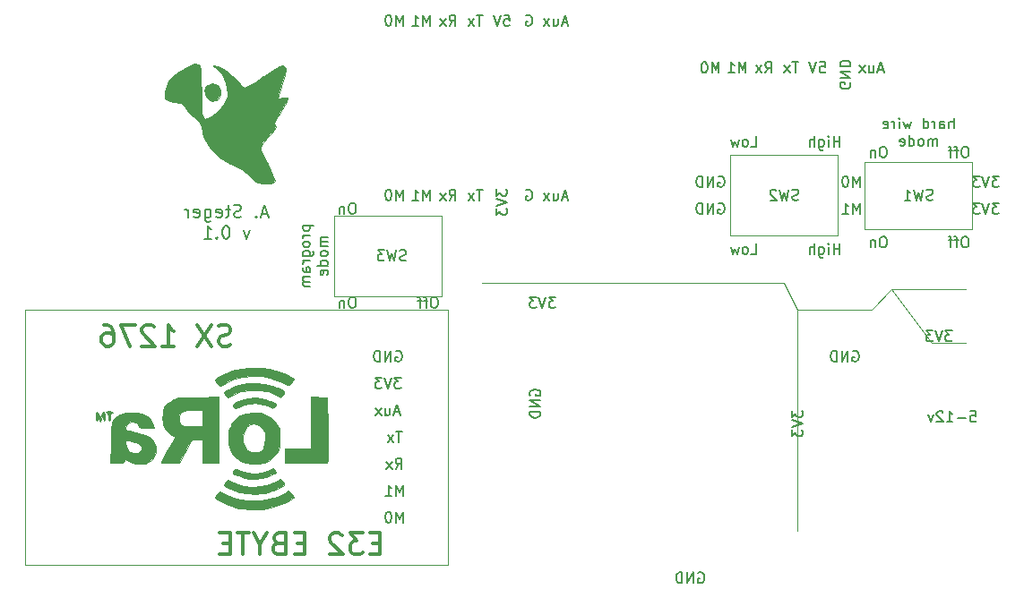
<source format=gbr>
%TF.GenerationSoftware,KiCad,Pcbnew,(5.1.6)-1*%
%TF.CreationDate,2021-06-18T09:44:19+05:30*%
%TF.ProjectId,PCB LoRa 32,50434220-4c6f-4526-9120-33322e6b6963,rev?*%
%TF.SameCoordinates,Original*%
%TF.FileFunction,Legend,Bot*%
%TF.FilePolarity,Positive*%
%FSLAX46Y46*%
G04 Gerber Fmt 4.6, Leading zero omitted, Abs format (unit mm)*
G04 Created by KiCad (PCBNEW (5.1.6)-1) date 2021-06-18 09:44:19*
%MOMM*%
%LPD*%
G01*
G04 APERTURE LIST*
%ADD10C,0.120000*%
%ADD11C,0.150000*%
%ADD12C,0.300000*%
%ADD13C,0.200000*%
%ADD14C,0.010000*%
G04 APERTURE END LIST*
D10*
X187325000Y-82550000D02*
X180340000Y-82550000D01*
X189230000Y-80645000D02*
X187325000Y-82550000D01*
D11*
X138342619Y-72477380D02*
X138152142Y-72477380D01*
X138056904Y-72525000D01*
X137961666Y-72620238D01*
X137914047Y-72810714D01*
X137914047Y-73144047D01*
X137961666Y-73334523D01*
X138056904Y-73429761D01*
X138152142Y-73477380D01*
X138342619Y-73477380D01*
X138437857Y-73429761D01*
X138533095Y-73334523D01*
X138580714Y-73144047D01*
X138580714Y-72810714D01*
X138533095Y-72620238D01*
X138437857Y-72525000D01*
X138342619Y-72477380D01*
X137485476Y-72810714D02*
X137485476Y-73477380D01*
X137485476Y-72905952D02*
X137437857Y-72858333D01*
X137342619Y-72810714D01*
X137199761Y-72810714D01*
X137104523Y-72858333D01*
X137056904Y-72953571D01*
X137056904Y-73477380D01*
X138342619Y-81367380D02*
X138152142Y-81367380D01*
X138056904Y-81415000D01*
X137961666Y-81510238D01*
X137914047Y-81700714D01*
X137914047Y-82034047D01*
X137961666Y-82224523D01*
X138056904Y-82319761D01*
X138152142Y-82367380D01*
X138342619Y-82367380D01*
X138437857Y-82319761D01*
X138533095Y-82224523D01*
X138580714Y-82034047D01*
X138580714Y-81700714D01*
X138533095Y-81510238D01*
X138437857Y-81415000D01*
X138342619Y-81367380D01*
X137485476Y-81700714D02*
X137485476Y-82367380D01*
X137485476Y-81795952D02*
X137437857Y-81748333D01*
X137342619Y-81700714D01*
X137199761Y-81700714D01*
X137104523Y-81748333D01*
X137056904Y-81843571D01*
X137056904Y-82367380D01*
X146081666Y-81367380D02*
X145891190Y-81367380D01*
X145795952Y-81415000D01*
X145700714Y-81510238D01*
X145653095Y-81700714D01*
X145653095Y-82034047D01*
X145700714Y-82224523D01*
X145795952Y-82319761D01*
X145891190Y-82367380D01*
X146081666Y-82367380D01*
X146176904Y-82319761D01*
X146272142Y-82224523D01*
X146319761Y-82034047D01*
X146319761Y-81700714D01*
X146272142Y-81510238D01*
X146176904Y-81415000D01*
X146081666Y-81367380D01*
X145367380Y-81700714D02*
X144986428Y-81700714D01*
X145224523Y-82367380D02*
X145224523Y-81510238D01*
X145176904Y-81415000D01*
X145081666Y-81367380D01*
X144986428Y-81367380D01*
X144795952Y-81700714D02*
X144415000Y-81700714D01*
X144653095Y-82367380D02*
X144653095Y-81510238D01*
X144605476Y-81415000D01*
X144510238Y-81367380D01*
X144415000Y-81367380D01*
X143319333Y-77874761D02*
X143176476Y-77922380D01*
X142938380Y-77922380D01*
X142843142Y-77874761D01*
X142795523Y-77827142D01*
X142747904Y-77731904D01*
X142747904Y-77636666D01*
X142795523Y-77541428D01*
X142843142Y-77493809D01*
X142938380Y-77446190D01*
X143128857Y-77398571D01*
X143224095Y-77350952D01*
X143271714Y-77303333D01*
X143319333Y-77208095D01*
X143319333Y-77112857D01*
X143271714Y-77017619D01*
X143224095Y-76970000D01*
X143128857Y-76922380D01*
X142890761Y-76922380D01*
X142747904Y-76970000D01*
X142414571Y-76922380D02*
X142176476Y-77922380D01*
X141986000Y-77208095D01*
X141795523Y-77922380D01*
X141557428Y-76922380D01*
X141271714Y-76922380D02*
X140652666Y-76922380D01*
X140986000Y-77303333D01*
X140843142Y-77303333D01*
X140747904Y-77350952D01*
X140700285Y-77398571D01*
X140652666Y-77493809D01*
X140652666Y-77731904D01*
X140700285Y-77827142D01*
X140747904Y-77874761D01*
X140843142Y-77922380D01*
X141128857Y-77922380D01*
X141224095Y-77874761D01*
X141271714Y-77827142D01*
D10*
X136525000Y-81280000D02*
X136525000Y-73660000D01*
X146685000Y-81280000D02*
X136525000Y-81280000D01*
X146685000Y-73660000D02*
X146685000Y-81280000D01*
X136525000Y-73660000D02*
X146685000Y-73660000D01*
D11*
X133580714Y-74612857D02*
X134580714Y-74612857D01*
X133628333Y-74612857D02*
X133580714Y-74708095D01*
X133580714Y-74898571D01*
X133628333Y-74993809D01*
X133675952Y-75041428D01*
X133771190Y-75089047D01*
X134056904Y-75089047D01*
X134152142Y-75041428D01*
X134199761Y-74993809D01*
X134247380Y-74898571D01*
X134247380Y-74708095D01*
X134199761Y-74612857D01*
X134247380Y-75517619D02*
X133580714Y-75517619D01*
X133771190Y-75517619D02*
X133675952Y-75565238D01*
X133628333Y-75612857D01*
X133580714Y-75708095D01*
X133580714Y-75803333D01*
X134247380Y-76279523D02*
X134199761Y-76184285D01*
X134152142Y-76136666D01*
X134056904Y-76089047D01*
X133771190Y-76089047D01*
X133675952Y-76136666D01*
X133628333Y-76184285D01*
X133580714Y-76279523D01*
X133580714Y-76422380D01*
X133628333Y-76517619D01*
X133675952Y-76565238D01*
X133771190Y-76612857D01*
X134056904Y-76612857D01*
X134152142Y-76565238D01*
X134199761Y-76517619D01*
X134247380Y-76422380D01*
X134247380Y-76279523D01*
X133580714Y-77470000D02*
X134390238Y-77470000D01*
X134485476Y-77422380D01*
X134533095Y-77374761D01*
X134580714Y-77279523D01*
X134580714Y-77136666D01*
X134533095Y-77041428D01*
X134199761Y-77470000D02*
X134247380Y-77374761D01*
X134247380Y-77184285D01*
X134199761Y-77089047D01*
X134152142Y-77041428D01*
X134056904Y-76993809D01*
X133771190Y-76993809D01*
X133675952Y-77041428D01*
X133628333Y-77089047D01*
X133580714Y-77184285D01*
X133580714Y-77374761D01*
X133628333Y-77470000D01*
X134247380Y-77946190D02*
X133580714Y-77946190D01*
X133771190Y-77946190D02*
X133675952Y-77993809D01*
X133628333Y-78041428D01*
X133580714Y-78136666D01*
X133580714Y-78231904D01*
X134247380Y-78993809D02*
X133723571Y-78993809D01*
X133628333Y-78946190D01*
X133580714Y-78850952D01*
X133580714Y-78660476D01*
X133628333Y-78565238D01*
X134199761Y-78993809D02*
X134247380Y-78898571D01*
X134247380Y-78660476D01*
X134199761Y-78565238D01*
X134104523Y-78517619D01*
X134009285Y-78517619D01*
X133914047Y-78565238D01*
X133866428Y-78660476D01*
X133866428Y-78898571D01*
X133818809Y-78993809D01*
X134247380Y-79470000D02*
X133580714Y-79470000D01*
X133675952Y-79470000D02*
X133628333Y-79517619D01*
X133580714Y-79612857D01*
X133580714Y-79755714D01*
X133628333Y-79850952D01*
X133723571Y-79898571D01*
X134247380Y-79898571D01*
X133723571Y-79898571D02*
X133628333Y-79946190D01*
X133580714Y-80041428D01*
X133580714Y-80184285D01*
X133628333Y-80279523D01*
X133723571Y-80327142D01*
X134247380Y-80327142D01*
X135897380Y-75708095D02*
X135230714Y-75708095D01*
X135325952Y-75708095D02*
X135278333Y-75755714D01*
X135230714Y-75850952D01*
X135230714Y-75993809D01*
X135278333Y-76089047D01*
X135373571Y-76136666D01*
X135897380Y-76136666D01*
X135373571Y-76136666D02*
X135278333Y-76184285D01*
X135230714Y-76279523D01*
X135230714Y-76422380D01*
X135278333Y-76517619D01*
X135373571Y-76565238D01*
X135897380Y-76565238D01*
X135897380Y-77184285D02*
X135849761Y-77089047D01*
X135802142Y-77041428D01*
X135706904Y-76993809D01*
X135421190Y-76993809D01*
X135325952Y-77041428D01*
X135278333Y-77089047D01*
X135230714Y-77184285D01*
X135230714Y-77327142D01*
X135278333Y-77422380D01*
X135325952Y-77470000D01*
X135421190Y-77517619D01*
X135706904Y-77517619D01*
X135802142Y-77470000D01*
X135849761Y-77422380D01*
X135897380Y-77327142D01*
X135897380Y-77184285D01*
X135897380Y-78374761D02*
X134897380Y-78374761D01*
X135849761Y-78374761D02*
X135897380Y-78279523D01*
X135897380Y-78089047D01*
X135849761Y-77993809D01*
X135802142Y-77946190D01*
X135706904Y-77898571D01*
X135421190Y-77898571D01*
X135325952Y-77946190D01*
X135278333Y-77993809D01*
X135230714Y-78089047D01*
X135230714Y-78279523D01*
X135278333Y-78374761D01*
X135849761Y-79231904D02*
X135897380Y-79136666D01*
X135897380Y-78946190D01*
X135849761Y-78850952D01*
X135754523Y-78803333D01*
X135373571Y-78803333D01*
X135278333Y-78850952D01*
X135230714Y-78946190D01*
X135230714Y-79136666D01*
X135278333Y-79231904D01*
X135373571Y-79279523D01*
X135468809Y-79279523D01*
X135564047Y-78803333D01*
X180403333Y-72159761D02*
X180260476Y-72207380D01*
X180022380Y-72207380D01*
X179927142Y-72159761D01*
X179879523Y-72112142D01*
X179831904Y-72016904D01*
X179831904Y-71921666D01*
X179879523Y-71826428D01*
X179927142Y-71778809D01*
X180022380Y-71731190D01*
X180212857Y-71683571D01*
X180308095Y-71635952D01*
X180355714Y-71588333D01*
X180403333Y-71493095D01*
X180403333Y-71397857D01*
X180355714Y-71302619D01*
X180308095Y-71255000D01*
X180212857Y-71207380D01*
X179974761Y-71207380D01*
X179831904Y-71255000D01*
X179498571Y-71207380D02*
X179260476Y-72207380D01*
X179070000Y-71493095D01*
X178879523Y-72207380D01*
X178641428Y-71207380D01*
X178308095Y-71302619D02*
X178260476Y-71255000D01*
X178165238Y-71207380D01*
X177927142Y-71207380D01*
X177831904Y-71255000D01*
X177784285Y-71302619D01*
X177736666Y-71397857D01*
X177736666Y-71493095D01*
X177784285Y-71635952D01*
X178355714Y-72207380D01*
X177736666Y-72207380D01*
X172846904Y-72525000D02*
X172942142Y-72477380D01*
X173085000Y-72477380D01*
X173227857Y-72525000D01*
X173323095Y-72620238D01*
X173370714Y-72715476D01*
X173418333Y-72905952D01*
X173418333Y-73048809D01*
X173370714Y-73239285D01*
X173323095Y-73334523D01*
X173227857Y-73429761D01*
X173085000Y-73477380D01*
X172989761Y-73477380D01*
X172846904Y-73429761D01*
X172799285Y-73382142D01*
X172799285Y-73048809D01*
X172989761Y-73048809D01*
X172370714Y-73477380D02*
X172370714Y-72477380D01*
X171799285Y-73477380D01*
X171799285Y-72477380D01*
X171323095Y-73477380D02*
X171323095Y-72477380D01*
X171085000Y-72477380D01*
X170942142Y-72525000D01*
X170846904Y-72620238D01*
X170799285Y-72715476D01*
X170751666Y-72905952D01*
X170751666Y-73048809D01*
X170799285Y-73239285D01*
X170846904Y-73334523D01*
X170942142Y-73429761D01*
X171085000Y-73477380D01*
X171323095Y-73477380D01*
X172846904Y-69985000D02*
X172942142Y-69937380D01*
X173085000Y-69937380D01*
X173227857Y-69985000D01*
X173323095Y-70080238D01*
X173370714Y-70175476D01*
X173418333Y-70365952D01*
X173418333Y-70508809D01*
X173370714Y-70699285D01*
X173323095Y-70794523D01*
X173227857Y-70889761D01*
X173085000Y-70937380D01*
X172989761Y-70937380D01*
X172846904Y-70889761D01*
X172799285Y-70842142D01*
X172799285Y-70508809D01*
X172989761Y-70508809D01*
X172370714Y-70937380D02*
X172370714Y-69937380D01*
X171799285Y-70937380D01*
X171799285Y-69937380D01*
X171323095Y-70937380D02*
X171323095Y-69937380D01*
X171085000Y-69937380D01*
X170942142Y-69985000D01*
X170846904Y-70080238D01*
X170799285Y-70175476D01*
X170751666Y-70365952D01*
X170751666Y-70508809D01*
X170799285Y-70699285D01*
X170846904Y-70794523D01*
X170942142Y-70889761D01*
X171085000Y-70937380D01*
X171323095Y-70937380D01*
X186229523Y-73477380D02*
X186229523Y-72477380D01*
X185896190Y-73191666D01*
X185562857Y-72477380D01*
X185562857Y-73477380D01*
X184562857Y-73477380D02*
X185134285Y-73477380D01*
X184848571Y-73477380D02*
X184848571Y-72477380D01*
X184943809Y-72620238D01*
X185039047Y-72715476D01*
X185134285Y-72763095D01*
X186229523Y-70937380D02*
X186229523Y-69937380D01*
X185896190Y-70651666D01*
X185562857Y-69937380D01*
X185562857Y-70937380D01*
X184896190Y-69937380D02*
X184800952Y-69937380D01*
X184705714Y-69985000D01*
X184658095Y-70032619D01*
X184610476Y-70127857D01*
X184562857Y-70318333D01*
X184562857Y-70556428D01*
X184610476Y-70746904D01*
X184658095Y-70842142D01*
X184705714Y-70889761D01*
X184800952Y-70937380D01*
X184896190Y-70937380D01*
X184991428Y-70889761D01*
X185039047Y-70842142D01*
X185086666Y-70746904D01*
X185134285Y-70556428D01*
X185134285Y-70318333D01*
X185086666Y-70127857D01*
X185039047Y-70032619D01*
X184991428Y-69985000D01*
X184896190Y-69937380D01*
X199358095Y-72477380D02*
X198739047Y-72477380D01*
X199072380Y-72858333D01*
X198929523Y-72858333D01*
X198834285Y-72905952D01*
X198786666Y-72953571D01*
X198739047Y-73048809D01*
X198739047Y-73286904D01*
X198786666Y-73382142D01*
X198834285Y-73429761D01*
X198929523Y-73477380D01*
X199215238Y-73477380D01*
X199310476Y-73429761D01*
X199358095Y-73382142D01*
X198453333Y-72477380D02*
X198120000Y-73477380D01*
X197786666Y-72477380D01*
X197548571Y-72477380D02*
X196929523Y-72477380D01*
X197262857Y-72858333D01*
X197120000Y-72858333D01*
X197024761Y-72905952D01*
X196977142Y-72953571D01*
X196929523Y-73048809D01*
X196929523Y-73286904D01*
X196977142Y-73382142D01*
X197024761Y-73429761D01*
X197120000Y-73477380D01*
X197405714Y-73477380D01*
X197500952Y-73429761D01*
X197548571Y-73382142D01*
X199358095Y-69937380D02*
X198739047Y-69937380D01*
X199072380Y-70318333D01*
X198929523Y-70318333D01*
X198834285Y-70365952D01*
X198786666Y-70413571D01*
X198739047Y-70508809D01*
X198739047Y-70746904D01*
X198786666Y-70842142D01*
X198834285Y-70889761D01*
X198929523Y-70937380D01*
X199215238Y-70937380D01*
X199310476Y-70889761D01*
X199358095Y-70842142D01*
X198453333Y-69937380D02*
X198120000Y-70937380D01*
X197786666Y-69937380D01*
X197548571Y-69937380D02*
X196929523Y-69937380D01*
X197262857Y-70318333D01*
X197120000Y-70318333D01*
X197024761Y-70365952D01*
X196977142Y-70413571D01*
X196929523Y-70508809D01*
X196929523Y-70746904D01*
X196977142Y-70842142D01*
X197024761Y-70889761D01*
X197120000Y-70937380D01*
X197405714Y-70937380D01*
X197500952Y-70889761D01*
X197548571Y-70842142D01*
X196246666Y-75652380D02*
X196056190Y-75652380D01*
X195960952Y-75700000D01*
X195865714Y-75795238D01*
X195818095Y-75985714D01*
X195818095Y-76319047D01*
X195865714Y-76509523D01*
X195960952Y-76604761D01*
X196056190Y-76652380D01*
X196246666Y-76652380D01*
X196341904Y-76604761D01*
X196437142Y-76509523D01*
X196484761Y-76319047D01*
X196484761Y-75985714D01*
X196437142Y-75795238D01*
X196341904Y-75700000D01*
X196246666Y-75652380D01*
X195532380Y-75985714D02*
X195151428Y-75985714D01*
X195389523Y-76652380D02*
X195389523Y-75795238D01*
X195341904Y-75700000D01*
X195246666Y-75652380D01*
X195151428Y-75652380D01*
X194960952Y-75985714D02*
X194580000Y-75985714D01*
X194818095Y-76652380D02*
X194818095Y-75795238D01*
X194770476Y-75700000D01*
X194675238Y-75652380D01*
X194580000Y-75652380D01*
X188507619Y-75652380D02*
X188317142Y-75652380D01*
X188221904Y-75700000D01*
X188126666Y-75795238D01*
X188079047Y-75985714D01*
X188079047Y-76319047D01*
X188126666Y-76509523D01*
X188221904Y-76604761D01*
X188317142Y-76652380D01*
X188507619Y-76652380D01*
X188602857Y-76604761D01*
X188698095Y-76509523D01*
X188745714Y-76319047D01*
X188745714Y-75985714D01*
X188698095Y-75795238D01*
X188602857Y-75700000D01*
X188507619Y-75652380D01*
X187650476Y-75985714D02*
X187650476Y-76652380D01*
X187650476Y-76080952D02*
X187602857Y-76033333D01*
X187507619Y-75985714D01*
X187364761Y-75985714D01*
X187269523Y-76033333D01*
X187221904Y-76128571D01*
X187221904Y-76652380D01*
X196246666Y-67143380D02*
X196056190Y-67143380D01*
X195960952Y-67191000D01*
X195865714Y-67286238D01*
X195818095Y-67476714D01*
X195818095Y-67810047D01*
X195865714Y-68000523D01*
X195960952Y-68095761D01*
X196056190Y-68143380D01*
X196246666Y-68143380D01*
X196341904Y-68095761D01*
X196437142Y-68000523D01*
X196484761Y-67810047D01*
X196484761Y-67476714D01*
X196437142Y-67286238D01*
X196341904Y-67191000D01*
X196246666Y-67143380D01*
X195532380Y-67476714D02*
X195151428Y-67476714D01*
X195389523Y-68143380D02*
X195389523Y-67286238D01*
X195341904Y-67191000D01*
X195246666Y-67143380D01*
X195151428Y-67143380D01*
X194960952Y-67476714D02*
X194580000Y-67476714D01*
X194818095Y-68143380D02*
X194818095Y-67286238D01*
X194770476Y-67191000D01*
X194675238Y-67143380D01*
X194580000Y-67143380D01*
X188507619Y-67143380D02*
X188317142Y-67143380D01*
X188221904Y-67191000D01*
X188126666Y-67286238D01*
X188079047Y-67476714D01*
X188079047Y-67810047D01*
X188126666Y-68000523D01*
X188221904Y-68095761D01*
X188317142Y-68143380D01*
X188507619Y-68143380D01*
X188602857Y-68095761D01*
X188698095Y-68000523D01*
X188745714Y-67810047D01*
X188745714Y-67476714D01*
X188698095Y-67286238D01*
X188602857Y-67191000D01*
X188507619Y-67143380D01*
X187650476Y-67476714D02*
X187650476Y-68143380D01*
X187650476Y-67571952D02*
X187602857Y-67524333D01*
X187507619Y-67476714D01*
X187364761Y-67476714D01*
X187269523Y-67524333D01*
X187221904Y-67619571D01*
X187221904Y-68143380D01*
X184308571Y-77287380D02*
X184308571Y-76287380D01*
X184308571Y-76763571D02*
X183737142Y-76763571D01*
X183737142Y-77287380D02*
X183737142Y-76287380D01*
X183260952Y-77287380D02*
X183260952Y-76620714D01*
X183260952Y-76287380D02*
X183308571Y-76335000D01*
X183260952Y-76382619D01*
X183213333Y-76335000D01*
X183260952Y-76287380D01*
X183260952Y-76382619D01*
X182356190Y-76620714D02*
X182356190Y-77430238D01*
X182403809Y-77525476D01*
X182451428Y-77573095D01*
X182546666Y-77620714D01*
X182689523Y-77620714D01*
X182784761Y-77573095D01*
X182356190Y-77239761D02*
X182451428Y-77287380D01*
X182641904Y-77287380D01*
X182737142Y-77239761D01*
X182784761Y-77192142D01*
X182832380Y-77096904D01*
X182832380Y-76811190D01*
X182784761Y-76715952D01*
X182737142Y-76668333D01*
X182641904Y-76620714D01*
X182451428Y-76620714D01*
X182356190Y-76668333D01*
X181880000Y-77287380D02*
X181880000Y-76287380D01*
X181451428Y-77287380D02*
X181451428Y-76763571D01*
X181499047Y-76668333D01*
X181594285Y-76620714D01*
X181737142Y-76620714D01*
X181832380Y-76668333D01*
X181880000Y-76715952D01*
X175926666Y-77287380D02*
X176402857Y-77287380D01*
X176402857Y-76287380D01*
X175450476Y-77287380D02*
X175545714Y-77239761D01*
X175593333Y-77192142D01*
X175640952Y-77096904D01*
X175640952Y-76811190D01*
X175593333Y-76715952D01*
X175545714Y-76668333D01*
X175450476Y-76620714D01*
X175307619Y-76620714D01*
X175212380Y-76668333D01*
X175164761Y-76715952D01*
X175117142Y-76811190D01*
X175117142Y-77096904D01*
X175164761Y-77192142D01*
X175212380Y-77239761D01*
X175307619Y-77287380D01*
X175450476Y-77287380D01*
X174783809Y-76620714D02*
X174593333Y-77287380D01*
X174402857Y-76811190D01*
X174212380Y-77287380D01*
X174021904Y-76620714D01*
X184308571Y-67127380D02*
X184308571Y-66127380D01*
X184308571Y-66603571D02*
X183737142Y-66603571D01*
X183737142Y-67127380D02*
X183737142Y-66127380D01*
X183260952Y-67127380D02*
X183260952Y-66460714D01*
X183260952Y-66127380D02*
X183308571Y-66175000D01*
X183260952Y-66222619D01*
X183213333Y-66175000D01*
X183260952Y-66127380D01*
X183260952Y-66222619D01*
X182356190Y-66460714D02*
X182356190Y-67270238D01*
X182403809Y-67365476D01*
X182451428Y-67413095D01*
X182546666Y-67460714D01*
X182689523Y-67460714D01*
X182784761Y-67413095D01*
X182356190Y-67079761D02*
X182451428Y-67127380D01*
X182641904Y-67127380D01*
X182737142Y-67079761D01*
X182784761Y-67032142D01*
X182832380Y-66936904D01*
X182832380Y-66651190D01*
X182784761Y-66555952D01*
X182737142Y-66508333D01*
X182641904Y-66460714D01*
X182451428Y-66460714D01*
X182356190Y-66508333D01*
X181880000Y-67127380D02*
X181880000Y-66127380D01*
X181451428Y-67127380D02*
X181451428Y-66603571D01*
X181499047Y-66508333D01*
X181594285Y-66460714D01*
X181737142Y-66460714D01*
X181832380Y-66508333D01*
X181880000Y-66555952D01*
X175926666Y-67127380D02*
X176402857Y-67127380D01*
X176402857Y-66127380D01*
X175450476Y-67127380D02*
X175545714Y-67079761D01*
X175593333Y-67032142D01*
X175640952Y-66936904D01*
X175640952Y-66651190D01*
X175593333Y-66555952D01*
X175545714Y-66508333D01*
X175450476Y-66460714D01*
X175307619Y-66460714D01*
X175212380Y-66508333D01*
X175164761Y-66555952D01*
X175117142Y-66651190D01*
X175117142Y-66936904D01*
X175164761Y-67032142D01*
X175212380Y-67079761D01*
X175307619Y-67127380D01*
X175450476Y-67127380D01*
X174783809Y-66460714D02*
X174593333Y-67127380D01*
X174402857Y-66651190D01*
X174212380Y-67127380D01*
X174021904Y-66460714D01*
D10*
X173990000Y-75565000D02*
X173990000Y-67945000D01*
X184150000Y-75565000D02*
X173990000Y-75565000D01*
X184150000Y-67945000D02*
X184150000Y-75565000D01*
X173990000Y-67945000D02*
X184150000Y-67945000D01*
D11*
X195079523Y-65413380D02*
X195079523Y-64413380D01*
X194650952Y-65413380D02*
X194650952Y-64889571D01*
X194698571Y-64794333D01*
X194793809Y-64746714D01*
X194936666Y-64746714D01*
X195031904Y-64794333D01*
X195079523Y-64841952D01*
X193746190Y-65413380D02*
X193746190Y-64889571D01*
X193793809Y-64794333D01*
X193889047Y-64746714D01*
X194079523Y-64746714D01*
X194174761Y-64794333D01*
X193746190Y-65365761D02*
X193841428Y-65413380D01*
X194079523Y-65413380D01*
X194174761Y-65365761D01*
X194222380Y-65270523D01*
X194222380Y-65175285D01*
X194174761Y-65080047D01*
X194079523Y-65032428D01*
X193841428Y-65032428D01*
X193746190Y-64984809D01*
X193270000Y-65413380D02*
X193270000Y-64746714D01*
X193270000Y-64937190D02*
X193222380Y-64841952D01*
X193174761Y-64794333D01*
X193079523Y-64746714D01*
X192984285Y-64746714D01*
X192222380Y-65413380D02*
X192222380Y-64413380D01*
X192222380Y-65365761D02*
X192317619Y-65413380D01*
X192508095Y-65413380D01*
X192603333Y-65365761D01*
X192650952Y-65318142D01*
X192698571Y-65222904D01*
X192698571Y-64937190D01*
X192650952Y-64841952D01*
X192603333Y-64794333D01*
X192508095Y-64746714D01*
X192317619Y-64746714D01*
X192222380Y-64794333D01*
X191079523Y-64746714D02*
X190889047Y-65413380D01*
X190698571Y-64937190D01*
X190508095Y-65413380D01*
X190317619Y-64746714D01*
X189936666Y-65413380D02*
X189936666Y-64746714D01*
X189936666Y-64413380D02*
X189984285Y-64461000D01*
X189936666Y-64508619D01*
X189889047Y-64461000D01*
X189936666Y-64413380D01*
X189936666Y-64508619D01*
X189460476Y-65413380D02*
X189460476Y-64746714D01*
X189460476Y-64937190D02*
X189412857Y-64841952D01*
X189365238Y-64794333D01*
X189270000Y-64746714D01*
X189174761Y-64746714D01*
X188460476Y-65365761D02*
X188555714Y-65413380D01*
X188746190Y-65413380D01*
X188841428Y-65365761D01*
X188889047Y-65270523D01*
X188889047Y-64889571D01*
X188841428Y-64794333D01*
X188746190Y-64746714D01*
X188555714Y-64746714D01*
X188460476Y-64794333D01*
X188412857Y-64889571D01*
X188412857Y-64984809D01*
X188889047Y-65080047D01*
X193531904Y-67063380D02*
X193531904Y-66396714D01*
X193531904Y-66491952D02*
X193484285Y-66444333D01*
X193389047Y-66396714D01*
X193246190Y-66396714D01*
X193150952Y-66444333D01*
X193103333Y-66539571D01*
X193103333Y-67063380D01*
X193103333Y-66539571D02*
X193055714Y-66444333D01*
X192960476Y-66396714D01*
X192817619Y-66396714D01*
X192722380Y-66444333D01*
X192674761Y-66539571D01*
X192674761Y-67063380D01*
X192055714Y-67063380D02*
X192150952Y-67015761D01*
X192198571Y-66968142D01*
X192246190Y-66872904D01*
X192246190Y-66587190D01*
X192198571Y-66491952D01*
X192150952Y-66444333D01*
X192055714Y-66396714D01*
X191912857Y-66396714D01*
X191817619Y-66444333D01*
X191770000Y-66491952D01*
X191722380Y-66587190D01*
X191722380Y-66872904D01*
X191770000Y-66968142D01*
X191817619Y-67015761D01*
X191912857Y-67063380D01*
X192055714Y-67063380D01*
X190865238Y-67063380D02*
X190865238Y-66063380D01*
X190865238Y-67015761D02*
X190960476Y-67063380D01*
X191150952Y-67063380D01*
X191246190Y-67015761D01*
X191293809Y-66968142D01*
X191341428Y-66872904D01*
X191341428Y-66587190D01*
X191293809Y-66491952D01*
X191246190Y-66444333D01*
X191150952Y-66396714D01*
X190960476Y-66396714D01*
X190865238Y-66444333D01*
X190008095Y-67015761D02*
X190103333Y-67063380D01*
X190293809Y-67063380D01*
X190389047Y-67015761D01*
X190436666Y-66920523D01*
X190436666Y-66539571D01*
X190389047Y-66444333D01*
X190293809Y-66396714D01*
X190103333Y-66396714D01*
X190008095Y-66444333D01*
X189960476Y-66539571D01*
X189960476Y-66634809D01*
X190436666Y-66730047D01*
X193103333Y-72159761D02*
X192960476Y-72207380D01*
X192722380Y-72207380D01*
X192627142Y-72159761D01*
X192579523Y-72112142D01*
X192531904Y-72016904D01*
X192531904Y-71921666D01*
X192579523Y-71826428D01*
X192627142Y-71778809D01*
X192722380Y-71731190D01*
X192912857Y-71683571D01*
X193008095Y-71635952D01*
X193055714Y-71588333D01*
X193103333Y-71493095D01*
X193103333Y-71397857D01*
X193055714Y-71302619D01*
X193008095Y-71255000D01*
X192912857Y-71207380D01*
X192674761Y-71207380D01*
X192531904Y-71255000D01*
X192198571Y-71207380D02*
X191960476Y-72207380D01*
X191770000Y-71493095D01*
X191579523Y-72207380D01*
X191341428Y-71207380D01*
X190436666Y-72207380D02*
X191008095Y-72207380D01*
X190722380Y-72207380D02*
X190722380Y-71207380D01*
X190817619Y-71350238D01*
X190912857Y-71445476D01*
X191008095Y-71493095D01*
D10*
X196850000Y-68580000D02*
X186690000Y-68580000D01*
X196850000Y-74930000D02*
X196850000Y-68580000D01*
X186690000Y-74930000D02*
X196850000Y-74930000D01*
X186690000Y-68580000D02*
X186690000Y-74930000D01*
X192405000Y-80645000D02*
X196215000Y-80645000D01*
X189230000Y-80645000D02*
X192405000Y-80645000D01*
X180340000Y-82550000D02*
X180340000Y-103505000D01*
X179070000Y-80010000D02*
X150495000Y-80010000D01*
X180340000Y-82550000D02*
X179070000Y-80010000D01*
X193040000Y-85725000D02*
X189230000Y-80645000D01*
X196215000Y-85725000D02*
X193040000Y-85725000D01*
D11*
X154678095Y-71255000D02*
X154773333Y-71207380D01*
X154916190Y-71207380D01*
X155059047Y-71255000D01*
X155154285Y-71350238D01*
X155201904Y-71445476D01*
X155249523Y-71635952D01*
X155249523Y-71778809D01*
X155201904Y-71969285D01*
X155154285Y-72064523D01*
X155059047Y-72159761D01*
X154916190Y-72207380D01*
X154820952Y-72207380D01*
X154678095Y-72159761D01*
X154630476Y-72112142D01*
X154630476Y-71778809D01*
X154820952Y-71778809D01*
X154678095Y-54745000D02*
X154773333Y-54697380D01*
X154916190Y-54697380D01*
X155059047Y-54745000D01*
X155154285Y-54840238D01*
X155201904Y-54935476D01*
X155249523Y-55125952D01*
X155249523Y-55268809D01*
X155201904Y-55459285D01*
X155154285Y-55554523D01*
X155059047Y-55649761D01*
X154916190Y-55697380D01*
X154820952Y-55697380D01*
X154678095Y-55649761D01*
X154630476Y-55602142D01*
X154630476Y-55268809D01*
X154820952Y-55268809D01*
X170941904Y-107450000D02*
X171037142Y-107402380D01*
X171180000Y-107402380D01*
X171322857Y-107450000D01*
X171418095Y-107545238D01*
X171465714Y-107640476D01*
X171513333Y-107830952D01*
X171513333Y-107973809D01*
X171465714Y-108164285D01*
X171418095Y-108259523D01*
X171322857Y-108354761D01*
X171180000Y-108402380D01*
X171084761Y-108402380D01*
X170941904Y-108354761D01*
X170894285Y-108307142D01*
X170894285Y-107973809D01*
X171084761Y-107973809D01*
X170465714Y-108402380D02*
X170465714Y-107402380D01*
X169894285Y-108402380D01*
X169894285Y-107402380D01*
X169418095Y-108402380D02*
X169418095Y-107402380D01*
X169180000Y-107402380D01*
X169037142Y-107450000D01*
X168941904Y-107545238D01*
X168894285Y-107640476D01*
X168846666Y-107830952D01*
X168846666Y-107973809D01*
X168894285Y-108164285D01*
X168941904Y-108259523D01*
X169037142Y-108354761D01*
X169180000Y-108402380D01*
X169418095Y-108402380D01*
X157448095Y-81367380D02*
X156829047Y-81367380D01*
X157162380Y-81748333D01*
X157019523Y-81748333D01*
X156924285Y-81795952D01*
X156876666Y-81843571D01*
X156829047Y-81938809D01*
X156829047Y-82176904D01*
X156876666Y-82272142D01*
X156924285Y-82319761D01*
X157019523Y-82367380D01*
X157305238Y-82367380D01*
X157400476Y-82319761D01*
X157448095Y-82272142D01*
X156543333Y-81367380D02*
X156210000Y-82367380D01*
X155876666Y-81367380D01*
X155638571Y-81367380D02*
X155019523Y-81367380D01*
X155352857Y-81748333D01*
X155210000Y-81748333D01*
X155114761Y-81795952D01*
X155067142Y-81843571D01*
X155019523Y-81938809D01*
X155019523Y-82176904D01*
X155067142Y-82272142D01*
X155114761Y-82319761D01*
X155210000Y-82367380D01*
X155495714Y-82367380D01*
X155590952Y-82319761D01*
X155638571Y-82272142D01*
X155075000Y-90678095D02*
X155027380Y-90582857D01*
X155027380Y-90440000D01*
X155075000Y-90297142D01*
X155170238Y-90201904D01*
X155265476Y-90154285D01*
X155455952Y-90106666D01*
X155598809Y-90106666D01*
X155789285Y-90154285D01*
X155884523Y-90201904D01*
X155979761Y-90297142D01*
X156027380Y-90440000D01*
X156027380Y-90535238D01*
X155979761Y-90678095D01*
X155932142Y-90725714D01*
X155598809Y-90725714D01*
X155598809Y-90535238D01*
X156027380Y-91154285D02*
X155027380Y-91154285D01*
X156027380Y-91725714D01*
X155027380Y-91725714D01*
X156027380Y-92201904D02*
X155027380Y-92201904D01*
X155027380Y-92440000D01*
X155075000Y-92582857D01*
X155170238Y-92678095D01*
X155265476Y-92725714D01*
X155455952Y-92773333D01*
X155598809Y-92773333D01*
X155789285Y-92725714D01*
X155884523Y-92678095D01*
X155979761Y-92582857D01*
X156027380Y-92440000D01*
X156027380Y-92201904D01*
X185546904Y-86495000D02*
X185642142Y-86447380D01*
X185785000Y-86447380D01*
X185927857Y-86495000D01*
X186023095Y-86590238D01*
X186070714Y-86685476D01*
X186118333Y-86875952D01*
X186118333Y-87018809D01*
X186070714Y-87209285D01*
X186023095Y-87304523D01*
X185927857Y-87399761D01*
X185785000Y-87447380D01*
X185689761Y-87447380D01*
X185546904Y-87399761D01*
X185499285Y-87352142D01*
X185499285Y-87018809D01*
X185689761Y-87018809D01*
X185070714Y-87447380D02*
X185070714Y-86447380D01*
X184499285Y-87447380D01*
X184499285Y-86447380D01*
X184023095Y-87447380D02*
X184023095Y-86447380D01*
X183785000Y-86447380D01*
X183642142Y-86495000D01*
X183546904Y-86590238D01*
X183499285Y-86685476D01*
X183451666Y-86875952D01*
X183451666Y-87018809D01*
X183499285Y-87209285D01*
X183546904Y-87304523D01*
X183642142Y-87399761D01*
X183785000Y-87447380D01*
X184023095Y-87447380D01*
X179792380Y-92106904D02*
X179792380Y-92725952D01*
X180173333Y-92392619D01*
X180173333Y-92535476D01*
X180220952Y-92630714D01*
X180268571Y-92678333D01*
X180363809Y-92725952D01*
X180601904Y-92725952D01*
X180697142Y-92678333D01*
X180744761Y-92630714D01*
X180792380Y-92535476D01*
X180792380Y-92249761D01*
X180744761Y-92154523D01*
X180697142Y-92106904D01*
X179792380Y-93011666D02*
X180792380Y-93345000D01*
X179792380Y-93678333D01*
X179792380Y-93916428D02*
X179792380Y-94535476D01*
X180173333Y-94202142D01*
X180173333Y-94345000D01*
X180220952Y-94440238D01*
X180268571Y-94487857D01*
X180363809Y-94535476D01*
X180601904Y-94535476D01*
X180697142Y-94487857D01*
X180744761Y-94440238D01*
X180792380Y-94345000D01*
X180792380Y-94059285D01*
X180744761Y-93964047D01*
X180697142Y-93916428D01*
X196659285Y-92162380D02*
X197135476Y-92162380D01*
X197183095Y-92638571D01*
X197135476Y-92590952D01*
X197040238Y-92543333D01*
X196802142Y-92543333D01*
X196706904Y-92590952D01*
X196659285Y-92638571D01*
X196611666Y-92733809D01*
X196611666Y-92971904D01*
X196659285Y-93067142D01*
X196706904Y-93114761D01*
X196802142Y-93162380D01*
X197040238Y-93162380D01*
X197135476Y-93114761D01*
X197183095Y-93067142D01*
X196183095Y-92781428D02*
X195421190Y-92781428D01*
X194421190Y-93162380D02*
X194992619Y-93162380D01*
X194706904Y-93162380D02*
X194706904Y-92162380D01*
X194802142Y-92305238D01*
X194897380Y-92400476D01*
X194992619Y-92448095D01*
X194040238Y-92257619D02*
X193992619Y-92210000D01*
X193897380Y-92162380D01*
X193659285Y-92162380D01*
X193564047Y-92210000D01*
X193516428Y-92257619D01*
X193468809Y-92352857D01*
X193468809Y-92448095D01*
X193516428Y-92590952D01*
X194087857Y-93162380D01*
X193468809Y-93162380D01*
X193135476Y-92495714D02*
X192897380Y-93162380D01*
X192659285Y-92495714D01*
X194913095Y-84542380D02*
X194294047Y-84542380D01*
X194627380Y-84923333D01*
X194484523Y-84923333D01*
X194389285Y-84970952D01*
X194341666Y-85018571D01*
X194294047Y-85113809D01*
X194294047Y-85351904D01*
X194341666Y-85447142D01*
X194389285Y-85494761D01*
X194484523Y-85542380D01*
X194770238Y-85542380D01*
X194865476Y-85494761D01*
X194913095Y-85447142D01*
X194008333Y-84542380D02*
X193675000Y-85542380D01*
X193341666Y-84542380D01*
X193103571Y-84542380D02*
X192484523Y-84542380D01*
X192817857Y-84923333D01*
X192675000Y-84923333D01*
X192579761Y-84970952D01*
X192532142Y-85018571D01*
X192484523Y-85113809D01*
X192484523Y-85351904D01*
X192532142Y-85447142D01*
X192579761Y-85494761D01*
X192675000Y-85542380D01*
X192960714Y-85542380D01*
X193055952Y-85494761D01*
X193103571Y-85447142D01*
D10*
X107315000Y-106680000D02*
X107315000Y-82550000D01*
X147320000Y-106680000D02*
X107315000Y-106680000D01*
X147320000Y-82550000D02*
X147320000Y-106680000D01*
X107315000Y-82550000D02*
X147320000Y-82550000D01*
D11*
X152590476Y-54697380D02*
X153066666Y-54697380D01*
X153114285Y-55173571D01*
X153066666Y-55125952D01*
X152971428Y-55078333D01*
X152733333Y-55078333D01*
X152638095Y-55125952D01*
X152590476Y-55173571D01*
X152542857Y-55268809D01*
X152542857Y-55506904D01*
X152590476Y-55602142D01*
X152638095Y-55649761D01*
X152733333Y-55697380D01*
X152971428Y-55697380D01*
X153066666Y-55649761D01*
X153114285Y-55602142D01*
X152257142Y-54697380D02*
X151923809Y-55697380D01*
X151590476Y-54697380D01*
X151852380Y-71151904D02*
X151852380Y-71770952D01*
X152233333Y-71437619D01*
X152233333Y-71580476D01*
X152280952Y-71675714D01*
X152328571Y-71723333D01*
X152423809Y-71770952D01*
X152661904Y-71770952D01*
X152757142Y-71723333D01*
X152804761Y-71675714D01*
X152852380Y-71580476D01*
X152852380Y-71294761D01*
X152804761Y-71199523D01*
X152757142Y-71151904D01*
X151852380Y-72056666D02*
X152852380Y-72390000D01*
X151852380Y-72723333D01*
X151852380Y-72961428D02*
X151852380Y-73580476D01*
X152233333Y-73247142D01*
X152233333Y-73390000D01*
X152280952Y-73485238D01*
X152328571Y-73532857D01*
X152423809Y-73580476D01*
X152661904Y-73580476D01*
X152757142Y-73532857D01*
X152804761Y-73485238D01*
X152852380Y-73390000D01*
X152852380Y-73104285D01*
X152804761Y-73009047D01*
X152757142Y-72961428D01*
X142366904Y-86495000D02*
X142462142Y-86447380D01*
X142605000Y-86447380D01*
X142747857Y-86495000D01*
X142843095Y-86590238D01*
X142890714Y-86685476D01*
X142938333Y-86875952D01*
X142938333Y-87018809D01*
X142890714Y-87209285D01*
X142843095Y-87304523D01*
X142747857Y-87399761D01*
X142605000Y-87447380D01*
X142509761Y-87447380D01*
X142366904Y-87399761D01*
X142319285Y-87352142D01*
X142319285Y-87018809D01*
X142509761Y-87018809D01*
X141890714Y-87447380D02*
X141890714Y-86447380D01*
X141319285Y-87447380D01*
X141319285Y-86447380D01*
X140843095Y-87447380D02*
X140843095Y-86447380D01*
X140605000Y-86447380D01*
X140462142Y-86495000D01*
X140366904Y-86590238D01*
X140319285Y-86685476D01*
X140271666Y-86875952D01*
X140271666Y-87018809D01*
X140319285Y-87209285D01*
X140366904Y-87304523D01*
X140462142Y-87399761D01*
X140605000Y-87447380D01*
X140843095Y-87447380D01*
X142843095Y-88987380D02*
X142224047Y-88987380D01*
X142557380Y-89368333D01*
X142414523Y-89368333D01*
X142319285Y-89415952D01*
X142271666Y-89463571D01*
X142224047Y-89558809D01*
X142224047Y-89796904D01*
X142271666Y-89892142D01*
X142319285Y-89939761D01*
X142414523Y-89987380D01*
X142700238Y-89987380D01*
X142795476Y-89939761D01*
X142843095Y-89892142D01*
X141938333Y-88987380D02*
X141605000Y-89987380D01*
X141271666Y-88987380D01*
X141033571Y-88987380D02*
X140414523Y-88987380D01*
X140747857Y-89368333D01*
X140605000Y-89368333D01*
X140509761Y-89415952D01*
X140462142Y-89463571D01*
X140414523Y-89558809D01*
X140414523Y-89796904D01*
X140462142Y-89892142D01*
X140509761Y-89939761D01*
X140605000Y-89987380D01*
X140890714Y-89987380D01*
X140985952Y-89939761D01*
X141033571Y-89892142D01*
X143049523Y-102687379D02*
X143049523Y-101687379D01*
X142716190Y-102401665D01*
X142382857Y-101687379D01*
X142382857Y-102687379D01*
X141716190Y-101687379D02*
X141620952Y-101687379D01*
X141525714Y-101734999D01*
X141478095Y-101782618D01*
X141430476Y-101877856D01*
X141382857Y-102068332D01*
X141382857Y-102306427D01*
X141430476Y-102496903D01*
X141478095Y-102592141D01*
X141525714Y-102639760D01*
X141620952Y-102687379D01*
X141716190Y-102687379D01*
X141811428Y-102639760D01*
X141859047Y-102592141D01*
X141906666Y-102496903D01*
X141954285Y-102306427D01*
X141954285Y-102068332D01*
X141906666Y-101877856D01*
X141859047Y-101782618D01*
X141811428Y-101734999D01*
X141716190Y-101687379D01*
X142930476Y-94067380D02*
X142359047Y-94067380D01*
X142644761Y-95067380D02*
X142644761Y-94067380D01*
X142120952Y-95067380D02*
X141597142Y-94400714D01*
X142120952Y-94400714D02*
X141597142Y-95067380D01*
X142335238Y-97607380D02*
X142668571Y-97131190D01*
X142906666Y-97607380D02*
X142906666Y-96607380D01*
X142525714Y-96607380D01*
X142430476Y-96655000D01*
X142382857Y-96702619D01*
X142335238Y-96797857D01*
X142335238Y-96940714D01*
X142382857Y-97035952D01*
X142430476Y-97083571D01*
X142525714Y-97131190D01*
X142906666Y-97131190D01*
X142001904Y-97607380D02*
X141478095Y-96940714D01*
X142001904Y-96940714D02*
X141478095Y-97607380D01*
X143049523Y-100147380D02*
X143049523Y-99147380D01*
X142716190Y-99861666D01*
X142382857Y-99147380D01*
X142382857Y-100147380D01*
X141382857Y-100147380D02*
X141954285Y-100147380D01*
X141668571Y-100147380D02*
X141668571Y-99147380D01*
X141763809Y-99290238D01*
X141859047Y-99385476D01*
X141954285Y-99433095D01*
X142700238Y-92241666D02*
X142224047Y-92241666D01*
X142795476Y-92527380D02*
X142462142Y-91527380D01*
X142128809Y-92527380D01*
X141366904Y-91860714D02*
X141366904Y-92527380D01*
X141795476Y-91860714D02*
X141795476Y-92384523D01*
X141747857Y-92479761D01*
X141652619Y-92527380D01*
X141509761Y-92527380D01*
X141414523Y-92479761D01*
X141366904Y-92432142D01*
X140985952Y-92527380D02*
X140462142Y-91860714D01*
X140985952Y-91860714D02*
X140462142Y-92527380D01*
X158575238Y-55411666D02*
X158099047Y-55411666D01*
X158670476Y-55697380D02*
X158337142Y-54697380D01*
X158003809Y-55697380D01*
X157241904Y-55030714D02*
X157241904Y-55697380D01*
X157670476Y-55030714D02*
X157670476Y-55554523D01*
X157622857Y-55649761D01*
X157527619Y-55697380D01*
X157384761Y-55697380D01*
X157289523Y-55649761D01*
X157241904Y-55602142D01*
X156860952Y-55697380D02*
X156337142Y-55030714D01*
X156860952Y-55030714D02*
X156337142Y-55697380D01*
X143049523Y-55697380D02*
X143049523Y-54697380D01*
X142716190Y-55411666D01*
X142382857Y-54697380D01*
X142382857Y-55697380D01*
X141716190Y-54697380D02*
X141620952Y-54697380D01*
X141525714Y-54745000D01*
X141478095Y-54792619D01*
X141430476Y-54887857D01*
X141382857Y-55078333D01*
X141382857Y-55316428D01*
X141430476Y-55506904D01*
X141478095Y-55602142D01*
X141525714Y-55649761D01*
X141620952Y-55697380D01*
X141716190Y-55697380D01*
X141811428Y-55649761D01*
X141859047Y-55602142D01*
X141906666Y-55506904D01*
X141954285Y-55316428D01*
X141954285Y-55078333D01*
X141906666Y-54887857D01*
X141859047Y-54792619D01*
X141811428Y-54745000D01*
X141716190Y-54697380D01*
X150550476Y-54697380D02*
X149979047Y-54697380D01*
X150264761Y-55697380D02*
X150264761Y-54697380D01*
X149740952Y-55697380D02*
X149217142Y-55030714D01*
X149740952Y-55030714D02*
X149217142Y-55697380D01*
X147415238Y-55697380D02*
X147748571Y-55221190D01*
X147986666Y-55697380D02*
X147986666Y-54697380D01*
X147605714Y-54697380D01*
X147510476Y-54745000D01*
X147462857Y-54792619D01*
X147415238Y-54887857D01*
X147415238Y-55030714D01*
X147462857Y-55125952D01*
X147510476Y-55173571D01*
X147605714Y-55221190D01*
X147986666Y-55221190D01*
X147081904Y-55697380D02*
X146558095Y-55030714D01*
X147081904Y-55030714D02*
X146558095Y-55697380D01*
X145589523Y-55697380D02*
X145589523Y-54697380D01*
X145256190Y-55411666D01*
X144922857Y-54697380D01*
X144922857Y-55697380D01*
X143922857Y-55697380D02*
X144494285Y-55697380D01*
X144208571Y-55697380D02*
X144208571Y-54697380D01*
X144303809Y-54840238D01*
X144399047Y-54935476D01*
X144494285Y-54983095D01*
X143049523Y-72207380D02*
X143049523Y-71207380D01*
X142716190Y-71921666D01*
X142382857Y-71207380D01*
X142382857Y-72207380D01*
X141716190Y-71207380D02*
X141620952Y-71207380D01*
X141525714Y-71255000D01*
X141478095Y-71302619D01*
X141430476Y-71397857D01*
X141382857Y-71588333D01*
X141382857Y-71826428D01*
X141430476Y-72016904D01*
X141478095Y-72112142D01*
X141525714Y-72159761D01*
X141620952Y-72207380D01*
X141716190Y-72207380D01*
X141811428Y-72159761D01*
X141859047Y-72112142D01*
X141906666Y-72016904D01*
X141954285Y-71826428D01*
X141954285Y-71588333D01*
X141906666Y-71397857D01*
X141859047Y-71302619D01*
X141811428Y-71255000D01*
X141716190Y-71207380D01*
X150550476Y-71207380D02*
X149979047Y-71207380D01*
X150264761Y-72207380D02*
X150264761Y-71207380D01*
X149740952Y-72207380D02*
X149217142Y-71540714D01*
X149740952Y-71540714D02*
X149217142Y-72207380D01*
X147415238Y-72207380D02*
X147748571Y-71731190D01*
X147986666Y-72207380D02*
X147986666Y-71207380D01*
X147605714Y-71207380D01*
X147510476Y-71255000D01*
X147462857Y-71302619D01*
X147415238Y-71397857D01*
X147415238Y-71540714D01*
X147462857Y-71635952D01*
X147510476Y-71683571D01*
X147605714Y-71731190D01*
X147986666Y-71731190D01*
X147081904Y-72207380D02*
X146558095Y-71540714D01*
X147081904Y-71540714D02*
X146558095Y-72207380D01*
X145589523Y-72207380D02*
X145589523Y-71207380D01*
X145256190Y-71921666D01*
X144922857Y-71207380D01*
X144922857Y-72207380D01*
X143922857Y-72207380D02*
X144494285Y-72207380D01*
X144208571Y-72207380D02*
X144208571Y-71207380D01*
X144303809Y-71350238D01*
X144399047Y-71445476D01*
X144494285Y-71493095D01*
X158575238Y-71921666D02*
X158099047Y-71921666D01*
X158670476Y-72207380D02*
X158337142Y-71207380D01*
X158003809Y-72207380D01*
X157241904Y-71540714D02*
X157241904Y-72207380D01*
X157670476Y-71540714D02*
X157670476Y-72064523D01*
X157622857Y-72159761D01*
X157527619Y-72207380D01*
X157384761Y-72207380D01*
X157289523Y-72159761D01*
X157241904Y-72112142D01*
X156860952Y-72207380D02*
X156337142Y-71540714D01*
X156860952Y-71540714D02*
X156337142Y-72207380D01*
X175434523Y-60142380D02*
X175434523Y-59142380D01*
X175101190Y-59856666D01*
X174767857Y-59142380D01*
X174767857Y-60142380D01*
X173767857Y-60142380D02*
X174339285Y-60142380D01*
X174053571Y-60142380D02*
X174053571Y-59142380D01*
X174148809Y-59285238D01*
X174244047Y-59380476D01*
X174339285Y-59428095D01*
X172894523Y-60142380D02*
X172894523Y-59142380D01*
X172561190Y-59856666D01*
X172227857Y-59142380D01*
X172227857Y-60142380D01*
X171561190Y-59142380D02*
X171465952Y-59142380D01*
X171370714Y-59190000D01*
X171323095Y-59237619D01*
X171275476Y-59332857D01*
X171227857Y-59523333D01*
X171227857Y-59761428D01*
X171275476Y-59951904D01*
X171323095Y-60047142D01*
X171370714Y-60094761D01*
X171465952Y-60142380D01*
X171561190Y-60142380D01*
X171656428Y-60094761D01*
X171704047Y-60047142D01*
X171751666Y-59951904D01*
X171799285Y-59761428D01*
X171799285Y-59523333D01*
X171751666Y-59332857D01*
X171704047Y-59237619D01*
X171656428Y-59190000D01*
X171561190Y-59142380D01*
X180395476Y-59142380D02*
X179824047Y-59142380D01*
X180109761Y-60142380D02*
X180109761Y-59142380D01*
X179585952Y-60142380D02*
X179062142Y-59475714D01*
X179585952Y-59475714D02*
X179062142Y-60142380D01*
X177260238Y-60142380D02*
X177593571Y-59666190D01*
X177831666Y-60142380D02*
X177831666Y-59142380D01*
X177450714Y-59142380D01*
X177355476Y-59190000D01*
X177307857Y-59237619D01*
X177260238Y-59332857D01*
X177260238Y-59475714D01*
X177307857Y-59570952D01*
X177355476Y-59618571D01*
X177450714Y-59666190D01*
X177831666Y-59666190D01*
X176926904Y-60142380D02*
X176403095Y-59475714D01*
X176926904Y-59475714D02*
X176403095Y-60142380D01*
X188420238Y-59856666D02*
X187944047Y-59856666D01*
X188515476Y-60142380D02*
X188182142Y-59142380D01*
X187848809Y-60142380D01*
X187086904Y-59475714D02*
X187086904Y-60142380D01*
X187515476Y-59475714D02*
X187515476Y-59999523D01*
X187467857Y-60094761D01*
X187372619Y-60142380D01*
X187229761Y-60142380D01*
X187134523Y-60094761D01*
X187086904Y-60047142D01*
X186705952Y-60142380D02*
X186182142Y-59475714D01*
X186705952Y-59475714D02*
X186182142Y-60142380D01*
X185285000Y-61086904D02*
X185332619Y-61182142D01*
X185332619Y-61325000D01*
X185285000Y-61467857D01*
X185189761Y-61563095D01*
X185094523Y-61610714D01*
X184904047Y-61658333D01*
X184761190Y-61658333D01*
X184570714Y-61610714D01*
X184475476Y-61563095D01*
X184380238Y-61467857D01*
X184332619Y-61325000D01*
X184332619Y-61229761D01*
X184380238Y-61086904D01*
X184427857Y-61039285D01*
X184761190Y-61039285D01*
X184761190Y-61229761D01*
X184332619Y-60610714D02*
X185332619Y-60610714D01*
X184332619Y-60039285D01*
X185332619Y-60039285D01*
X184332619Y-59563095D02*
X185332619Y-59563095D01*
X185332619Y-59325000D01*
X185285000Y-59182142D01*
X185189761Y-59086904D01*
X185094523Y-59039285D01*
X184904047Y-58991666D01*
X184761190Y-58991666D01*
X184570714Y-59039285D01*
X184475476Y-59086904D01*
X184380238Y-59182142D01*
X184332619Y-59325000D01*
X184332619Y-59563095D01*
X182435476Y-59142380D02*
X182911666Y-59142380D01*
X182959285Y-59618571D01*
X182911666Y-59570952D01*
X182816428Y-59523333D01*
X182578333Y-59523333D01*
X182483095Y-59570952D01*
X182435476Y-59618571D01*
X182387857Y-59713809D01*
X182387857Y-59951904D01*
X182435476Y-60047142D01*
X182483095Y-60094761D01*
X182578333Y-60142380D01*
X182816428Y-60142380D01*
X182911666Y-60094761D01*
X182959285Y-60047142D01*
X182102142Y-59142380D02*
X181768809Y-60142380D01*
X181435476Y-59142380D01*
D12*
X126745238Y-85899523D02*
X126459523Y-85994761D01*
X125983333Y-85994761D01*
X125792857Y-85899523D01*
X125697619Y-85804285D01*
X125602380Y-85613809D01*
X125602380Y-85423333D01*
X125697619Y-85232857D01*
X125792857Y-85137619D01*
X125983333Y-85042380D01*
X126364285Y-84947142D01*
X126554761Y-84851904D01*
X126650000Y-84756666D01*
X126745238Y-84566190D01*
X126745238Y-84375714D01*
X126650000Y-84185238D01*
X126554761Y-84090000D01*
X126364285Y-83994761D01*
X125888095Y-83994761D01*
X125602380Y-84090000D01*
X124935714Y-83994761D02*
X123602380Y-85994761D01*
X123602380Y-83994761D02*
X124935714Y-85994761D01*
X120269047Y-85994761D02*
X121411904Y-85994761D01*
X120840476Y-85994761D02*
X120840476Y-83994761D01*
X121030952Y-84280476D01*
X121221428Y-84470952D01*
X121411904Y-84566190D01*
X119507142Y-84185238D02*
X119411904Y-84090000D01*
X119221428Y-83994761D01*
X118745238Y-83994761D01*
X118554761Y-84090000D01*
X118459523Y-84185238D01*
X118364285Y-84375714D01*
X118364285Y-84566190D01*
X118459523Y-84851904D01*
X119602380Y-85994761D01*
X118364285Y-85994761D01*
X117697619Y-83994761D02*
X116364285Y-83994761D01*
X117221428Y-85994761D01*
X114745238Y-83994761D02*
X115126190Y-83994761D01*
X115316666Y-84090000D01*
X115411904Y-84185238D01*
X115602380Y-84470952D01*
X115697619Y-84851904D01*
X115697619Y-85613809D01*
X115602380Y-85804285D01*
X115507142Y-85899523D01*
X115316666Y-85994761D01*
X114935714Y-85994761D01*
X114745238Y-85899523D01*
X114650000Y-85804285D01*
X114554761Y-85613809D01*
X114554761Y-85137619D01*
X114650000Y-84947142D01*
X114745238Y-84851904D01*
X114935714Y-84756666D01*
X115316666Y-84756666D01*
X115507142Y-84851904D01*
X115602380Y-84947142D01*
X115697619Y-85137619D01*
D13*
X130250714Y-73495000D02*
X129679285Y-73495000D01*
X130365000Y-73837857D02*
X129965000Y-72637857D01*
X129565000Y-73837857D01*
X129165000Y-73723571D02*
X129107857Y-73780714D01*
X129165000Y-73837857D01*
X129222142Y-73780714D01*
X129165000Y-73723571D01*
X129165000Y-73837857D01*
X127736428Y-73780714D02*
X127565000Y-73837857D01*
X127279285Y-73837857D01*
X127165000Y-73780714D01*
X127107857Y-73723571D01*
X127050714Y-73609285D01*
X127050714Y-73495000D01*
X127107857Y-73380714D01*
X127165000Y-73323571D01*
X127279285Y-73266428D01*
X127507857Y-73209285D01*
X127622142Y-73152142D01*
X127679285Y-73095000D01*
X127736428Y-72980714D01*
X127736428Y-72866428D01*
X127679285Y-72752142D01*
X127622142Y-72695000D01*
X127507857Y-72637857D01*
X127222142Y-72637857D01*
X127050714Y-72695000D01*
X126707857Y-73037857D02*
X126250714Y-73037857D01*
X126536428Y-72637857D02*
X126536428Y-73666428D01*
X126479285Y-73780714D01*
X126365000Y-73837857D01*
X126250714Y-73837857D01*
X125393571Y-73780714D02*
X125507857Y-73837857D01*
X125736428Y-73837857D01*
X125850714Y-73780714D01*
X125907857Y-73666428D01*
X125907857Y-73209285D01*
X125850714Y-73095000D01*
X125736428Y-73037857D01*
X125507857Y-73037857D01*
X125393571Y-73095000D01*
X125336428Y-73209285D01*
X125336428Y-73323571D01*
X125907857Y-73437857D01*
X124307857Y-73037857D02*
X124307857Y-74009285D01*
X124365000Y-74123571D01*
X124422142Y-74180714D01*
X124536428Y-74237857D01*
X124707857Y-74237857D01*
X124822142Y-74180714D01*
X124307857Y-73780714D02*
X124422142Y-73837857D01*
X124650714Y-73837857D01*
X124765000Y-73780714D01*
X124822142Y-73723571D01*
X124879285Y-73609285D01*
X124879285Y-73266428D01*
X124822142Y-73152142D01*
X124765000Y-73095000D01*
X124650714Y-73037857D01*
X124422142Y-73037857D01*
X124307857Y-73095000D01*
X123279285Y-73780714D02*
X123393571Y-73837857D01*
X123622142Y-73837857D01*
X123736428Y-73780714D01*
X123793571Y-73666428D01*
X123793571Y-73209285D01*
X123736428Y-73095000D01*
X123622142Y-73037857D01*
X123393571Y-73037857D01*
X123279285Y-73095000D01*
X123222142Y-73209285D01*
X123222142Y-73323571D01*
X123793571Y-73437857D01*
X122707857Y-73837857D02*
X122707857Y-73037857D01*
X122707857Y-73266428D02*
X122650714Y-73152142D01*
X122593571Y-73095000D01*
X122479285Y-73037857D01*
X122365000Y-73037857D01*
X128536428Y-75037857D02*
X128250714Y-75837857D01*
X127965000Y-75037857D01*
X126365000Y-74637857D02*
X126250714Y-74637857D01*
X126136428Y-74695000D01*
X126079285Y-74752142D01*
X126022142Y-74866428D01*
X125965000Y-75095000D01*
X125965000Y-75380714D01*
X126022142Y-75609285D01*
X126079285Y-75723571D01*
X126136428Y-75780714D01*
X126250714Y-75837857D01*
X126365000Y-75837857D01*
X126479285Y-75780714D01*
X126536428Y-75723571D01*
X126593571Y-75609285D01*
X126650714Y-75380714D01*
X126650714Y-75095000D01*
X126593571Y-74866428D01*
X126536428Y-74752142D01*
X126479285Y-74695000D01*
X126365000Y-74637857D01*
X125450714Y-75723571D02*
X125393571Y-75780714D01*
X125450714Y-75837857D01*
X125507857Y-75780714D01*
X125450714Y-75723571D01*
X125450714Y-75837857D01*
X124250714Y-75837857D02*
X124936428Y-75837857D01*
X124593571Y-75837857D02*
X124593571Y-74637857D01*
X124707857Y-74809285D01*
X124822142Y-74923571D01*
X124936428Y-74980714D01*
D12*
X140873809Y-104632142D02*
X140207142Y-104632142D01*
X139921428Y-105679761D02*
X140873809Y-105679761D01*
X140873809Y-103679761D01*
X139921428Y-103679761D01*
X139254761Y-103679761D02*
X138016666Y-103679761D01*
X138683333Y-104441666D01*
X138397619Y-104441666D01*
X138207142Y-104536904D01*
X138111904Y-104632142D01*
X138016666Y-104822619D01*
X138016666Y-105298809D01*
X138111904Y-105489285D01*
X138207142Y-105584523D01*
X138397619Y-105679761D01*
X138969047Y-105679761D01*
X139159523Y-105584523D01*
X139254761Y-105489285D01*
X137254761Y-103870238D02*
X137159523Y-103775000D01*
X136969047Y-103679761D01*
X136492857Y-103679761D01*
X136302380Y-103775000D01*
X136207142Y-103870238D01*
X136111904Y-104060714D01*
X136111904Y-104251190D01*
X136207142Y-104536904D01*
X137350000Y-105679761D01*
X136111904Y-105679761D01*
X133730952Y-104632142D02*
X133064285Y-104632142D01*
X132778571Y-105679761D02*
X133730952Y-105679761D01*
X133730952Y-103679761D01*
X132778571Y-103679761D01*
X131254761Y-104632142D02*
X130969047Y-104727380D01*
X130873809Y-104822619D01*
X130778571Y-105013095D01*
X130778571Y-105298809D01*
X130873809Y-105489285D01*
X130969047Y-105584523D01*
X131159523Y-105679761D01*
X131921428Y-105679761D01*
X131921428Y-103679761D01*
X131254761Y-103679761D01*
X131064285Y-103775000D01*
X130969047Y-103870238D01*
X130873809Y-104060714D01*
X130873809Y-104251190D01*
X130969047Y-104441666D01*
X131064285Y-104536904D01*
X131254761Y-104632142D01*
X131921428Y-104632142D01*
X129540476Y-104727380D02*
X129540476Y-105679761D01*
X130207142Y-103679761D02*
X129540476Y-104727380D01*
X128873809Y-103679761D01*
X128492857Y-103679761D02*
X127350000Y-103679761D01*
X127921428Y-105679761D02*
X127921428Y-103679761D01*
X126683333Y-104632142D02*
X126016666Y-104632142D01*
X125730952Y-105679761D02*
X126683333Y-105679761D01*
X126683333Y-103679761D01*
X125730952Y-103679761D01*
D14*
%TO.C,G\u002A\u002A\u002A*%
G36*
X131854301Y-99894558D02*
G01*
X131166905Y-100233511D01*
X130440028Y-100458644D01*
X129629877Y-100581846D01*
X129230002Y-100607059D01*
X128404522Y-100604441D01*
X127682378Y-100518540D01*
X127014477Y-100339823D01*
X126351726Y-100058755D01*
X126316953Y-100041397D01*
X125685578Y-99724088D01*
X125474956Y-100000228D01*
X125342222Y-100191415D01*
X125269212Y-100329939D01*
X125264333Y-100352644D01*
X125337861Y-100426089D01*
X125535515Y-100543402D01*
X125822905Y-100688907D01*
X126165639Y-100846929D01*
X126529326Y-101001790D01*
X126879574Y-101137814D01*
X127181992Y-101239325D01*
X127254000Y-101259583D01*
X127563477Y-101319271D01*
X127983905Y-101370692D01*
X128464407Y-101410768D01*
X128954105Y-101436423D01*
X129402119Y-101444582D01*
X129757573Y-101432169D01*
X129878666Y-101418276D01*
X130805413Y-101197698D01*
X131760147Y-100827182D01*
X131931833Y-100746377D01*
X132257679Y-100583270D01*
X132517191Y-100442116D01*
X132678173Y-100341114D01*
X132715000Y-100303748D01*
X132665140Y-100204439D01*
X132539750Y-100031312D01*
X132477096Y-99953967D01*
X132239192Y-99668996D01*
X131854301Y-99894558D01*
G37*
X131854301Y-99894558D02*
X131166905Y-100233511D01*
X130440028Y-100458644D01*
X129629877Y-100581846D01*
X129230002Y-100607059D01*
X128404522Y-100604441D01*
X127682378Y-100518540D01*
X127014477Y-100339823D01*
X126351726Y-100058755D01*
X126316953Y-100041397D01*
X125685578Y-99724088D01*
X125474956Y-100000228D01*
X125342222Y-100191415D01*
X125269212Y-100329939D01*
X125264333Y-100352644D01*
X125337861Y-100426089D01*
X125535515Y-100543402D01*
X125822905Y-100688907D01*
X126165639Y-100846929D01*
X126529326Y-101001790D01*
X126879574Y-101137814D01*
X127181992Y-101239325D01*
X127254000Y-101259583D01*
X127563477Y-101319271D01*
X127983905Y-101370692D01*
X128464407Y-101410768D01*
X128954105Y-101436423D01*
X129402119Y-101444582D01*
X129757573Y-101432169D01*
X129878666Y-101418276D01*
X130805413Y-101197698D01*
X131760147Y-100827182D01*
X131931833Y-100746377D01*
X132257679Y-100583270D01*
X132517191Y-100442116D01*
X132678173Y-100341114D01*
X132715000Y-100303748D01*
X132665140Y-100204439D01*
X132539750Y-100031312D01*
X132477096Y-99953967D01*
X132239192Y-99668996D01*
X131854301Y-99894558D01*
G36*
X131182611Y-98754857D02*
G01*
X130455365Y-99088597D01*
X129663940Y-99280672D01*
X128838634Y-99329939D01*
X128009749Y-99235260D01*
X127207583Y-98995493D01*
X127012746Y-98911823D01*
X126432826Y-98646170D01*
X126273918Y-98853085D01*
X126169137Y-99024371D01*
X126140801Y-99144667D01*
X126237196Y-99240869D01*
X126454570Y-99369786D01*
X126752520Y-99512856D01*
X127090643Y-99651514D01*
X127428535Y-99767199D01*
X127596742Y-99813597D01*
X128335606Y-99946945D01*
X129060090Y-99988230D01*
X129582333Y-99952000D01*
X129934164Y-99892636D01*
X130290341Y-99817150D01*
X130426864Y-99782530D01*
X130683022Y-99696185D01*
X130989423Y-99570412D01*
X131301087Y-99426668D01*
X131573035Y-99286407D01*
X131760288Y-99171086D01*
X131814793Y-99120466D01*
X131796173Y-99014511D01*
X131694049Y-98845252D01*
X131670112Y-98814187D01*
X131481968Y-98578233D01*
X131182611Y-98754857D01*
G37*
X131182611Y-98754857D02*
X130455365Y-99088597D01*
X129663940Y-99280672D01*
X128838634Y-99329939D01*
X128009749Y-99235260D01*
X127207583Y-98995493D01*
X127012746Y-98911823D01*
X126432826Y-98646170D01*
X126273918Y-98853085D01*
X126169137Y-99024371D01*
X126140801Y-99144667D01*
X126237196Y-99240869D01*
X126454570Y-99369786D01*
X126752520Y-99512856D01*
X127090643Y-99651514D01*
X127428535Y-99767199D01*
X127596742Y-99813597D01*
X128335606Y-99946945D01*
X129060090Y-99988230D01*
X129582333Y-99952000D01*
X129934164Y-99892636D01*
X130290341Y-99817150D01*
X130426864Y-99782530D01*
X130683022Y-99696185D01*
X130989423Y-99570412D01*
X131301087Y-99426668D01*
X131573035Y-99286407D01*
X131760288Y-99171086D01*
X131814793Y-99120466D01*
X131796173Y-99014511D01*
X131694049Y-98845252D01*
X131670112Y-98814187D01*
X131481968Y-98578233D01*
X131182611Y-98754857D01*
G36*
X130596337Y-97630473D02*
G01*
X130397339Y-97724510D01*
X129722765Y-97964455D01*
X129014055Y-98057006D01*
X128307760Y-98001805D01*
X127640430Y-97798495D01*
X127540342Y-97752499D01*
X127314592Y-97649840D01*
X127187516Y-97621864D01*
X127107636Y-97664974D01*
X127064035Y-97719231D01*
X126974279Y-97886494D01*
X126999909Y-98016858D01*
X127158080Y-98134672D01*
X127441652Y-98255249D01*
X128035718Y-98451222D01*
X128549118Y-98553823D01*
X129038737Y-98568441D01*
X129561461Y-98500465D01*
X129709333Y-98470031D01*
X130006683Y-98390010D01*
X130325824Y-98280528D01*
X130625697Y-98158908D01*
X130865246Y-98042474D01*
X131003412Y-97948549D01*
X131021666Y-97916311D01*
X130977055Y-97815175D01*
X130902020Y-97701072D01*
X130823678Y-97608338D01*
X130738899Y-97584010D01*
X130596337Y-97630473D01*
G37*
X130596337Y-97630473D02*
X130397339Y-97724510D01*
X129722765Y-97964455D01*
X129014055Y-98057006D01*
X128307760Y-98001805D01*
X127640430Y-97798495D01*
X127540342Y-97752499D01*
X127314592Y-97649840D01*
X127187516Y-97621864D01*
X127107636Y-97664974D01*
X127064035Y-97719231D01*
X126974279Y-97886494D01*
X126999909Y-98016858D01*
X127158080Y-98134672D01*
X127441652Y-98255249D01*
X128035718Y-98451222D01*
X128549118Y-98553823D01*
X129038737Y-98568441D01*
X129561461Y-98500465D01*
X129709333Y-98470031D01*
X130006683Y-98390010D01*
X130325824Y-98280528D01*
X130625697Y-98158908D01*
X130865246Y-98042474D01*
X131003412Y-97948549D01*
X131021666Y-97916311D01*
X130977055Y-97815175D01*
X130902020Y-97701072D01*
X130823678Y-97608338D01*
X130738899Y-97584010D01*
X130596337Y-97630473D01*
G36*
X128227992Y-92355378D02*
G01*
X127666854Y-92576002D01*
X127193924Y-92925478D01*
X126826340Y-93396429D01*
X126752583Y-93532944D01*
X126634345Y-93803523D01*
X126567332Y-94065111D01*
X126538604Y-94384455D01*
X126534333Y-94658875D01*
X126571505Y-95276916D01*
X126689941Y-95773423D01*
X126900020Y-96180643D01*
X127102940Y-96425507D01*
X127448591Y-96735905D01*
X127801425Y-96942326D01*
X128210000Y-97064115D01*
X128722878Y-97120614D01*
X128862666Y-97126472D01*
X129397065Y-97123723D01*
X129794914Y-97074006D01*
X129973040Y-97022897D01*
X130394974Y-96799919D01*
X130800383Y-96469230D01*
X131126126Y-96085910D01*
X131215087Y-95939403D01*
X131305572Y-95742866D01*
X131361991Y-95533093D01*
X131391733Y-95262919D01*
X131402187Y-94885178D01*
X131402381Y-94826965D01*
X130037157Y-94826965D01*
X129968490Y-95289438D01*
X129800558Y-95670989D01*
X129562839Y-95922991D01*
X129322786Y-96015905D01*
X128999075Y-96050820D01*
X128668111Y-96025008D01*
X128457310Y-95962452D01*
X128212260Y-95764286D01*
X128032515Y-95447582D01*
X127926669Y-95053354D01*
X127903315Y-94622620D01*
X127971048Y-94196394D01*
X128044404Y-93991769D01*
X128270615Y-93647652D01*
X128564032Y-93436680D01*
X128894097Y-93353739D01*
X129230255Y-93393712D01*
X129541948Y-93551485D01*
X129798620Y-93821941D01*
X129969714Y-94199966D01*
X129997058Y-94318667D01*
X130037157Y-94826965D01*
X131402381Y-94826965D01*
X131402666Y-94742000D01*
X131398907Y-94343489D01*
X131380870Y-94063734D01*
X131338418Y-93852209D01*
X131261414Y-93658390D01*
X131139819Y-93431921D01*
X130779193Y-92949097D01*
X130316776Y-92598371D01*
X129744724Y-92374320D01*
X129546348Y-92330198D01*
X128860203Y-92270984D01*
X128227992Y-92355378D01*
G37*
X128227992Y-92355378D02*
X127666854Y-92576002D01*
X127193924Y-92925478D01*
X126826340Y-93396429D01*
X126752583Y-93532944D01*
X126634345Y-93803523D01*
X126567332Y-94065111D01*
X126538604Y-94384455D01*
X126534333Y-94658875D01*
X126571505Y-95276916D01*
X126689941Y-95773423D01*
X126900020Y-96180643D01*
X127102940Y-96425507D01*
X127448591Y-96735905D01*
X127801425Y-96942326D01*
X128210000Y-97064115D01*
X128722878Y-97120614D01*
X128862666Y-97126472D01*
X129397065Y-97123723D01*
X129794914Y-97074006D01*
X129973040Y-97022897D01*
X130394974Y-96799919D01*
X130800383Y-96469230D01*
X131126126Y-96085910D01*
X131215087Y-95939403D01*
X131305572Y-95742866D01*
X131361991Y-95533093D01*
X131391733Y-95262919D01*
X131402187Y-94885178D01*
X131402381Y-94826965D01*
X130037157Y-94826965D01*
X129968490Y-95289438D01*
X129800558Y-95670989D01*
X129562839Y-95922991D01*
X129322786Y-96015905D01*
X128999075Y-96050820D01*
X128668111Y-96025008D01*
X128457310Y-95962452D01*
X128212260Y-95764286D01*
X128032515Y-95447582D01*
X127926669Y-95053354D01*
X127903315Y-94622620D01*
X127971048Y-94196394D01*
X128044404Y-93991769D01*
X128270615Y-93647652D01*
X128564032Y-93436680D01*
X128894097Y-93353739D01*
X129230255Y-93393712D01*
X129541948Y-93551485D01*
X129798620Y-93821941D01*
X129969714Y-94199966D01*
X129997058Y-94318667D01*
X130037157Y-94826965D01*
X131402381Y-94826965D01*
X131402666Y-94742000D01*
X131398907Y-94343489D01*
X131380870Y-94063734D01*
X131338418Y-93852209D01*
X131261414Y-93658390D01*
X131139819Y-93431921D01*
X130779193Y-92949097D01*
X130316776Y-92598371D01*
X129744724Y-92374320D01*
X129546348Y-92330198D01*
X128860203Y-92270984D01*
X128227992Y-92355378D01*
G36*
X116804530Y-92327842D02*
G01*
X116265011Y-92474284D01*
X115869002Y-92708314D01*
X115614022Y-93031726D01*
X115533378Y-93246901D01*
X115507427Y-93424817D01*
X115482316Y-93741026D01*
X115459652Y-94164489D01*
X115441038Y-94664167D01*
X115428079Y-95209020D01*
X115426364Y-95316766D01*
X115400666Y-97076865D01*
X116035666Y-97052432D01*
X116360903Y-97035858D01*
X116553835Y-97009138D01*
X116651480Y-96960180D01*
X116690856Y-96876887D01*
X116697910Y-96836062D01*
X116724412Y-96710131D01*
X116784792Y-96695586D01*
X116928643Y-96785766D01*
X116951910Y-96801945D01*
X117353733Y-97003810D01*
X117829001Y-97124676D01*
X118314640Y-97155880D01*
X118747580Y-97088757D01*
X118829623Y-97059881D01*
X119217726Y-96818936D01*
X119498843Y-96463475D01*
X119652957Y-96024273D01*
X119676333Y-95758000D01*
X119648131Y-95541963D01*
X118302469Y-95541963D01*
X118294065Y-95791490D01*
X118147500Y-96000468D01*
X118131166Y-96012798D01*
X117865101Y-96111656D01*
X117548227Y-96101061D01*
X117249522Y-95991251D01*
X117085330Y-95857556D01*
X116982207Y-95682390D01*
X116891523Y-95438436D01*
X116828558Y-95184419D01*
X116808590Y-94979061D01*
X116833486Y-94889625D01*
X116941412Y-94881838D01*
X117157643Y-94923901D01*
X117434107Y-95000705D01*
X117722731Y-95097140D01*
X117975442Y-95198098D01*
X118144169Y-95288467D01*
X118169563Y-95309564D01*
X118302469Y-95541963D01*
X119648131Y-95541963D01*
X119618895Y-95318006D01*
X119440545Y-94949507D01*
X119132230Y-94645658D01*
X118684898Y-94399611D01*
X118089497Y-94204520D01*
X117446080Y-94071261D01*
X117131125Y-94013610D01*
X116946559Y-93959569D01*
X116854977Y-93889964D01*
X116818975Y-93785620D01*
X116813704Y-93747103D01*
X116857759Y-93487120D01*
X117036808Y-93291355D01*
X117320762Y-93186336D01*
X117461878Y-93175667D01*
X117784367Y-93238807D01*
X118005101Y-93435176D01*
X118094473Y-93620167D01*
X118146631Y-93695301D01*
X118260929Y-93740337D01*
X118472555Y-93762328D01*
X118816697Y-93768326D01*
X118833736Y-93768334D01*
X119520454Y-93768334D01*
X119463004Y-93493167D01*
X119289958Y-93041063D01*
X118986509Y-92687534D01*
X118563106Y-92437160D01*
X118030196Y-92294521D01*
X117398227Y-92264196D01*
X116804530Y-92327842D01*
G37*
X116804530Y-92327842D02*
X116265011Y-92474284D01*
X115869002Y-92708314D01*
X115614022Y-93031726D01*
X115533378Y-93246901D01*
X115507427Y-93424817D01*
X115482316Y-93741026D01*
X115459652Y-94164489D01*
X115441038Y-94664167D01*
X115428079Y-95209020D01*
X115426364Y-95316766D01*
X115400666Y-97076865D01*
X116035666Y-97052432D01*
X116360903Y-97035858D01*
X116553835Y-97009138D01*
X116651480Y-96960180D01*
X116690856Y-96876887D01*
X116697910Y-96836062D01*
X116724412Y-96710131D01*
X116784792Y-96695586D01*
X116928643Y-96785766D01*
X116951910Y-96801945D01*
X117353733Y-97003810D01*
X117829001Y-97124676D01*
X118314640Y-97155880D01*
X118747580Y-97088757D01*
X118829623Y-97059881D01*
X119217726Y-96818936D01*
X119498843Y-96463475D01*
X119652957Y-96024273D01*
X119676333Y-95758000D01*
X119648131Y-95541963D01*
X118302469Y-95541963D01*
X118294065Y-95791490D01*
X118147500Y-96000468D01*
X118131166Y-96012798D01*
X117865101Y-96111656D01*
X117548227Y-96101061D01*
X117249522Y-95991251D01*
X117085330Y-95857556D01*
X116982207Y-95682390D01*
X116891523Y-95438436D01*
X116828558Y-95184419D01*
X116808590Y-94979061D01*
X116833486Y-94889625D01*
X116941412Y-94881838D01*
X117157643Y-94923901D01*
X117434107Y-95000705D01*
X117722731Y-95097140D01*
X117975442Y-95198098D01*
X118144169Y-95288467D01*
X118169563Y-95309564D01*
X118302469Y-95541963D01*
X119648131Y-95541963D01*
X119618895Y-95318006D01*
X119440545Y-94949507D01*
X119132230Y-94645658D01*
X118684898Y-94399611D01*
X118089497Y-94204520D01*
X117446080Y-94071261D01*
X117131125Y-94013610D01*
X116946559Y-93959569D01*
X116854977Y-93889964D01*
X116818975Y-93785620D01*
X116813704Y-93747103D01*
X116857759Y-93487120D01*
X117036808Y-93291355D01*
X117320762Y-93186336D01*
X117461878Y-93175667D01*
X117784367Y-93238807D01*
X118005101Y-93435176D01*
X118094473Y-93620167D01*
X118146631Y-93695301D01*
X118260929Y-93740337D01*
X118472555Y-93762328D01*
X118816697Y-93768326D01*
X118833736Y-93768334D01*
X119520454Y-93768334D01*
X119463004Y-93493167D01*
X119289958Y-93041063D01*
X118986509Y-92687534D01*
X118563106Y-92437160D01*
X118030196Y-92294521D01*
X117398227Y-92264196D01*
X116804530Y-92327842D01*
G36*
X134323666Y-95715667D02*
G01*
X131868333Y-95715667D01*
X131868333Y-97070334D01*
X133860657Y-97070334D01*
X134530392Y-97068143D01*
X135046637Y-97061021D01*
X135425184Y-97048142D01*
X135681828Y-97028681D01*
X135832360Y-97001812D01*
X135892574Y-96966709D01*
X135893763Y-96964057D01*
X135902613Y-96857285D01*
X135909564Y-96601121D01*
X135914499Y-96215497D01*
X135917298Y-95720344D01*
X135917844Y-95135594D01*
X135916017Y-94481179D01*
X135912273Y-93852557D01*
X135890000Y-90847334D01*
X134323666Y-90798646D01*
X134323666Y-95715667D01*
G37*
X134323666Y-95715667D02*
X131868333Y-95715667D01*
X131868333Y-97070334D01*
X133860657Y-97070334D01*
X134530392Y-97068143D01*
X135046637Y-97061021D01*
X135425184Y-97048142D01*
X135681828Y-97028681D01*
X135832360Y-97001812D01*
X135892574Y-96966709D01*
X135893763Y-96964057D01*
X135902613Y-96857285D01*
X135909564Y-96601121D01*
X135914499Y-96215497D01*
X135917298Y-95720344D01*
X135917844Y-95135594D01*
X135916017Y-94481179D01*
X135912273Y-93852557D01*
X135890000Y-90847334D01*
X134323666Y-90798646D01*
X134323666Y-95715667D01*
G36*
X123676833Y-90817196D02*
G01*
X123057189Y-90827424D01*
X122581123Y-90837993D01*
X122222898Y-90851774D01*
X121956779Y-90871642D01*
X121757030Y-90900468D01*
X121597913Y-90941125D01*
X121453694Y-90996485D01*
X121298634Y-91069421D01*
X121263721Y-91086535D01*
X120851189Y-91341666D01*
X120566400Y-91652960D01*
X120393854Y-92048436D01*
X120318051Y-92556115D01*
X120311333Y-92808218D01*
X120317028Y-93165567D01*
X120343087Y-93409477D01*
X120402974Y-93595701D01*
X120510154Y-93779994D01*
X120565333Y-93860051D01*
X120790885Y-94116765D01*
X121061026Y-94339909D01*
X121165330Y-94403641D01*
X121511328Y-94586283D01*
X120852086Y-95722475D01*
X120624258Y-96121402D01*
X120429965Y-96473547D01*
X120284105Y-96750957D01*
X120201576Y-96925679D01*
X120188589Y-96967462D01*
X120227658Y-97018090D01*
X120365165Y-97047623D01*
X120624288Y-97058354D01*
X121028206Y-97052576D01*
X121044326Y-97052129D01*
X121904319Y-97028000D01*
X123092229Y-94869000D01*
X124079000Y-94869000D01*
X124079000Y-97070334D01*
X125603000Y-97070334D01*
X125603000Y-92075000D01*
X124079000Y-92075000D01*
X124079000Y-93599000D01*
X123174290Y-93599000D01*
X122763492Y-93595695D01*
X122484897Y-93581645D01*
X122301434Y-93550651D01*
X122176035Y-93496513D01*
X122073623Y-93414908D01*
X121920737Y-93166938D01*
X121868325Y-92848419D01*
X121917074Y-92525609D01*
X122061758Y-92270957D01*
X122156068Y-92183906D01*
X122267004Y-92127244D01*
X122430799Y-92094521D01*
X122683688Y-92079284D01*
X123061905Y-92075084D01*
X123162425Y-92075000D01*
X124079000Y-92075000D01*
X125603000Y-92075000D01*
X125603000Y-90786887D01*
X123676833Y-90817196D01*
G37*
X123676833Y-90817196D02*
X123057189Y-90827424D01*
X122581123Y-90837993D01*
X122222898Y-90851774D01*
X121956779Y-90871642D01*
X121757030Y-90900468D01*
X121597913Y-90941125D01*
X121453694Y-90996485D01*
X121298634Y-91069421D01*
X121263721Y-91086535D01*
X120851189Y-91341666D01*
X120566400Y-91652960D01*
X120393854Y-92048436D01*
X120318051Y-92556115D01*
X120311333Y-92808218D01*
X120317028Y-93165567D01*
X120343087Y-93409477D01*
X120402974Y-93595701D01*
X120510154Y-93779994D01*
X120565333Y-93860051D01*
X120790885Y-94116765D01*
X121061026Y-94339909D01*
X121165330Y-94403641D01*
X121511328Y-94586283D01*
X120852086Y-95722475D01*
X120624258Y-96121402D01*
X120429965Y-96473547D01*
X120284105Y-96750957D01*
X120201576Y-96925679D01*
X120188589Y-96967462D01*
X120227658Y-97018090D01*
X120365165Y-97047623D01*
X120624288Y-97058354D01*
X121028206Y-97052576D01*
X121044326Y-97052129D01*
X121904319Y-97028000D01*
X123092229Y-94869000D01*
X124079000Y-94869000D01*
X124079000Y-97070334D01*
X125603000Y-97070334D01*
X125603000Y-92075000D01*
X124079000Y-92075000D01*
X124079000Y-93599000D01*
X123174290Y-93599000D01*
X122763492Y-93595695D01*
X122484897Y-93581645D01*
X122301434Y-93550651D01*
X122176035Y-93496513D01*
X122073623Y-93414908D01*
X121920737Y-93166938D01*
X121868325Y-92848419D01*
X121917074Y-92525609D01*
X122061758Y-92270957D01*
X122156068Y-92183906D01*
X122267004Y-92127244D01*
X122430799Y-92094521D01*
X122683688Y-92079284D01*
X123061905Y-92075084D01*
X123162425Y-92075000D01*
X124079000Y-92075000D01*
X125603000Y-92075000D01*
X125603000Y-90786887D01*
X123676833Y-90817196D01*
G36*
X115032463Y-92181271D02*
G01*
X114937057Y-92234279D01*
X114935000Y-92244334D01*
X115003241Y-92320213D01*
X115057361Y-92329000D01*
X115145484Y-92396188D01*
X115195837Y-92608483D01*
X115205528Y-92717865D01*
X115232527Y-92932273D01*
X115272280Y-93041609D01*
X115294833Y-93042421D01*
X115336052Y-92922509D01*
X115357477Y-92707538D01*
X115358333Y-92653556D01*
X115379736Y-92426563D01*
X115451995Y-92334716D01*
X115490330Y-92329000D01*
X115577965Y-92287954D01*
X115570000Y-92244334D01*
X115457414Y-92187076D01*
X115252242Y-92159996D01*
X115226336Y-92159667D01*
X115032463Y-92181271D01*
G37*
X115032463Y-92181271D02*
X114937057Y-92234279D01*
X114935000Y-92244334D01*
X115003241Y-92320213D01*
X115057361Y-92329000D01*
X115145484Y-92396188D01*
X115195837Y-92608483D01*
X115205528Y-92717865D01*
X115232527Y-92932273D01*
X115272280Y-93041609D01*
X115294833Y-93042421D01*
X115336052Y-92922509D01*
X115357477Y-92707538D01*
X115358333Y-92653556D01*
X115379736Y-92426563D01*
X115451995Y-92334716D01*
X115490330Y-92329000D01*
X115577965Y-92287954D01*
X115570000Y-92244334D01*
X115457414Y-92187076D01*
X115252242Y-92159996D01*
X115226336Y-92159667D01*
X115032463Y-92181271D01*
G36*
X114039557Y-92260899D02*
G01*
X114006177Y-92503436D01*
X114003666Y-92623275D01*
X114016974Y-92900173D01*
X114054365Y-93039717D01*
X114088333Y-93048667D01*
X114158132Y-92930488D01*
X114176819Y-92810837D01*
X114188453Y-92707016D01*
X114228416Y-92742015D01*
X114293940Y-92879334D01*
X114407243Y-93133334D01*
X114537054Y-92837000D01*
X114666864Y-92540667D01*
X114695099Y-92823925D01*
X114729634Y-92994739D01*
X114778089Y-93048736D01*
X114786833Y-93042647D01*
X114832330Y-92913452D01*
X114849005Y-92695058D01*
X114838745Y-92456683D01*
X114803435Y-92267540D01*
X114763892Y-92200904D01*
X114681722Y-92236758D01*
X114578191Y-92390344D01*
X114540380Y-92471073D01*
X114403310Y-92794667D01*
X114303488Y-92503445D01*
X114196163Y-92257726D01*
X114105535Y-92177936D01*
X114039557Y-92260899D01*
G37*
X114039557Y-92260899D02*
X114006177Y-92503436D01*
X114003666Y-92623275D01*
X114016974Y-92900173D01*
X114054365Y-93039717D01*
X114088333Y-93048667D01*
X114158132Y-92930488D01*
X114176819Y-92810837D01*
X114188453Y-92707016D01*
X114228416Y-92742015D01*
X114293940Y-92879334D01*
X114407243Y-93133334D01*
X114537054Y-92837000D01*
X114666864Y-92540667D01*
X114695099Y-92823925D01*
X114729634Y-92994739D01*
X114778089Y-93048736D01*
X114786833Y-93042647D01*
X114832330Y-92913452D01*
X114849005Y-92695058D01*
X114838745Y-92456683D01*
X114803435Y-92267540D01*
X114763892Y-92200904D01*
X114681722Y-92236758D01*
X114578191Y-92390344D01*
X114540380Y-92471073D01*
X114403310Y-92794667D01*
X114303488Y-92503445D01*
X114196163Y-92257726D01*
X114105535Y-92177936D01*
X114039557Y-92260899D01*
G36*
X128524966Y-90934793D02*
G01*
X127981220Y-91055998D01*
X127471411Y-91232020D01*
X127293751Y-91314318D01*
X127065785Y-91443046D01*
X126974414Y-91547154D01*
X126999878Y-91667034D01*
X127069637Y-91772431D01*
X127153026Y-91866357D01*
X127246165Y-91877697D01*
X127410469Y-91806906D01*
X127471804Y-91775424D01*
X127974720Y-91575143D01*
X128545224Y-91442010D01*
X129037799Y-91398672D01*
X129423681Y-91430471D01*
X129852247Y-91515828D01*
X130254268Y-91637282D01*
X130560515Y-91777371D01*
X130574906Y-91786354D01*
X130717152Y-91856292D01*
X130815486Y-91812711D01*
X130903875Y-91691829D01*
X130993133Y-91532870D01*
X131012448Y-91448590D01*
X131011969Y-91448125D01*
X130788888Y-91312622D01*
X130446832Y-91175995D01*
X130035492Y-91052152D01*
X129604559Y-90954996D01*
X129203722Y-90898435D01*
X129016400Y-90889667D01*
X128524966Y-90934793D01*
G37*
X128524966Y-90934793D02*
X127981220Y-91055998D01*
X127471411Y-91232020D01*
X127293751Y-91314318D01*
X127065785Y-91443046D01*
X126974414Y-91547154D01*
X126999878Y-91667034D01*
X127069637Y-91772431D01*
X127153026Y-91866357D01*
X127246165Y-91877697D01*
X127410469Y-91806906D01*
X127471804Y-91775424D01*
X127974720Y-91575143D01*
X128545224Y-91442010D01*
X129037799Y-91398672D01*
X129423681Y-91430471D01*
X129852247Y-91515828D01*
X130254268Y-91637282D01*
X130560515Y-91777371D01*
X130574906Y-91786354D01*
X130717152Y-91856292D01*
X130815486Y-91812711D01*
X130903875Y-91691829D01*
X130993133Y-91532870D01*
X131012448Y-91448590D01*
X131011969Y-91448125D01*
X130788888Y-91312622D01*
X130446832Y-91175995D01*
X130035492Y-91052152D01*
X129604559Y-90954996D01*
X129203722Y-90898435D01*
X129016400Y-90889667D01*
X128524966Y-90934793D01*
G36*
X128279893Y-89517598D02*
G01*
X127541258Y-89672492D01*
X127229824Y-89779317D01*
X126897557Y-89916117D01*
X126582243Y-90064250D01*
X126321663Y-90205075D01*
X126153603Y-90319948D01*
X126111000Y-90378164D01*
X126164444Y-90488740D01*
X126293829Y-90648520D01*
X126301500Y-90656626D01*
X126492000Y-90856361D01*
X126957666Y-90621265D01*
X127758776Y-90307990D01*
X128596328Y-90150056D01*
X129444518Y-90147582D01*
X130277541Y-90300686D01*
X131055575Y-90602415D01*
X131484863Y-90818034D01*
X131677808Y-90593723D01*
X131792454Y-90421102D01*
X131820695Y-90291846D01*
X131815708Y-90280348D01*
X131683871Y-90172039D01*
X131426145Y-90038500D01*
X131081107Y-89894814D01*
X130687332Y-89756062D01*
X130283398Y-89637329D01*
X130003553Y-89571814D01*
X129148365Y-89474761D01*
X128279893Y-89517598D01*
G37*
X128279893Y-89517598D02*
X127541258Y-89672492D01*
X127229824Y-89779317D01*
X126897557Y-89916117D01*
X126582243Y-90064250D01*
X126321663Y-90205075D01*
X126153603Y-90319948D01*
X126111000Y-90378164D01*
X126164444Y-90488740D01*
X126293829Y-90648520D01*
X126301500Y-90656626D01*
X126492000Y-90856361D01*
X126957666Y-90621265D01*
X127758776Y-90307990D01*
X128596328Y-90150056D01*
X129444518Y-90147582D01*
X130277541Y-90300686D01*
X131055575Y-90602415D01*
X131484863Y-90818034D01*
X131677808Y-90593723D01*
X131792454Y-90421102D01*
X131820695Y-90291846D01*
X131815708Y-90280348D01*
X131683871Y-90172039D01*
X131426145Y-90038500D01*
X131081107Y-89894814D01*
X130687332Y-89756062D01*
X130283398Y-89637329D01*
X130003553Y-89571814D01*
X129148365Y-89474761D01*
X128279893Y-89517598D01*
G36*
X128417280Y-88050824D02*
G01*
X127773568Y-88119474D01*
X127254000Y-88225355D01*
X126912044Y-88336172D01*
X126513200Y-88490589D01*
X126107118Y-88666643D01*
X125743448Y-88842374D01*
X125471842Y-88995820D01*
X125402091Y-89044495D01*
X125309207Y-89129454D01*
X125297418Y-89217563D01*
X125372090Y-89363636D01*
X125444424Y-89476927D01*
X125575070Y-89663191D01*
X125668418Y-89768655D01*
X125687666Y-89778091D01*
X125777404Y-89737645D01*
X125979001Y-89637770D01*
X126254257Y-89497502D01*
X126349896Y-89448107D01*
X127118256Y-89114566D01*
X127901517Y-88912251D01*
X128751316Y-88829181D01*
X129032000Y-88825746D01*
X129781890Y-88865947D01*
X130462180Y-88988891D01*
X131141527Y-89210362D01*
X131636017Y-89424376D01*
X131935112Y-89559148D01*
X132169641Y-89655172D01*
X132302920Y-89697830D01*
X132319602Y-89696761D01*
X132459302Y-89503598D01*
X132589940Y-89303340D01*
X132680931Y-89145246D01*
X132703070Y-89079162D01*
X132322516Y-88843798D01*
X131824017Y-88607404D01*
X131257654Y-88389932D01*
X130673509Y-88211337D01*
X130311084Y-88126172D01*
X129751081Y-88052063D01*
X129098132Y-88027650D01*
X128417280Y-88050824D01*
G37*
X128417280Y-88050824D02*
X127773568Y-88119474D01*
X127254000Y-88225355D01*
X126912044Y-88336172D01*
X126513200Y-88490589D01*
X126107118Y-88666643D01*
X125743448Y-88842374D01*
X125471842Y-88995820D01*
X125402091Y-89044495D01*
X125309207Y-89129454D01*
X125297418Y-89217563D01*
X125372090Y-89363636D01*
X125444424Y-89476927D01*
X125575070Y-89663191D01*
X125668418Y-89768655D01*
X125687666Y-89778091D01*
X125777404Y-89737645D01*
X125979001Y-89637770D01*
X126254257Y-89497502D01*
X126349896Y-89448107D01*
X127118256Y-89114566D01*
X127901517Y-88912251D01*
X128751316Y-88829181D01*
X129032000Y-88825746D01*
X129781890Y-88865947D01*
X130462180Y-88988891D01*
X131141527Y-89210362D01*
X131636017Y-89424376D01*
X131935112Y-89559148D01*
X132169641Y-89655172D01*
X132302920Y-89697830D01*
X132319602Y-89696761D01*
X132459302Y-89503598D01*
X132589940Y-89303340D01*
X132680931Y-89145246D01*
X132703070Y-89079162D01*
X132322516Y-88843798D01*
X131824017Y-88607404D01*
X131257654Y-88389932D01*
X130673509Y-88211337D01*
X130311084Y-88126172D01*
X129751081Y-88052063D01*
X129098132Y-88027650D01*
X128417280Y-88050824D01*
G36*
X122623631Y-59583225D02*
G01*
X121885847Y-60026274D01*
X121247065Y-60550785D01*
X120901678Y-60992554D01*
X120513917Y-61941335D01*
X120521551Y-62551886D01*
X120931550Y-62853499D01*
X121355284Y-62898421D01*
X122070227Y-63019978D01*
X122466398Y-63445286D01*
X122491599Y-63500000D01*
X122946958Y-64089550D01*
X123357105Y-64365506D01*
X123863903Y-64836369D01*
X123958684Y-65247730D01*
X124193301Y-66261096D01*
X124812730Y-67284086D01*
X125690338Y-68170222D01*
X126699490Y-68773029D01*
X127119423Y-68903737D01*
X127803792Y-69234431D01*
X128431344Y-69810788D01*
X128470674Y-69862177D01*
X129054396Y-70445271D01*
X129766882Y-70645808D01*
X129982478Y-70652105D01*
X130597786Y-70582172D01*
X130902993Y-70410394D01*
X130910263Y-70375848D01*
X130796916Y-69998729D01*
X130505397Y-69323138D01*
X130241842Y-68780526D01*
X129869543Y-67990608D01*
X129626881Y-67369805D01*
X129573421Y-67137833D01*
X129759072Y-66773957D01*
X130224916Y-66247172D01*
X130442368Y-66044138D01*
X130964852Y-65495362D01*
X131041144Y-65178440D01*
X130979806Y-65134338D01*
X130855979Y-64893819D01*
X131106170Y-64385275D01*
X131274478Y-64147040D01*
X131729854Y-63467532D01*
X132042825Y-62888518D01*
X132072200Y-62814095D01*
X132114945Y-62468511D01*
X131794728Y-62472475D01*
X131710686Y-62497902D01*
X131359685Y-62602650D01*
X131224436Y-62547465D01*
X131290242Y-62219795D01*
X131542408Y-61507088D01*
X131570974Y-61427894D01*
X131890751Y-60355124D01*
X131941450Y-59676421D01*
X131721062Y-59423570D01*
X131697698Y-59422631D01*
X131349956Y-59563926D01*
X130701980Y-59935459D01*
X129890119Y-60458699D01*
X129840789Y-60492105D01*
X129041289Y-61019335D01*
X128417944Y-61401326D01*
X128097399Y-61560750D01*
X128089203Y-61561579D01*
X127818313Y-61372768D01*
X127404499Y-60915588D01*
X127382504Y-60887816D01*
X126734266Y-60255613D01*
X126087301Y-59818342D01*
X125503250Y-59551780D01*
X125128345Y-59439463D01*
X125059494Y-59494257D01*
X125387420Y-59725435D01*
X125933619Y-60296173D01*
X126326373Y-61162963D01*
X126474076Y-62090709D01*
X126442643Y-62433525D01*
X126145781Y-63079378D01*
X125587938Y-63748913D01*
X124936015Y-64277951D01*
X124356915Y-64502313D01*
X124339223Y-64502631D01*
X124155405Y-64395164D01*
X124039272Y-64016080D01*
X123978006Y-63280354D01*
X123958789Y-62102963D01*
X123958684Y-61978410D01*
X123937594Y-60871896D01*
X123880970Y-59982135D01*
X123798782Y-59433802D01*
X123746325Y-59322945D01*
X123297947Y-59316996D01*
X122623631Y-59583225D01*
G37*
X122623631Y-59583225D02*
X121885847Y-60026274D01*
X121247065Y-60550785D01*
X120901678Y-60992554D01*
X120513917Y-61941335D01*
X120521551Y-62551886D01*
X120931550Y-62853499D01*
X121355284Y-62898421D01*
X122070227Y-63019978D01*
X122466398Y-63445286D01*
X122491599Y-63500000D01*
X122946958Y-64089550D01*
X123357105Y-64365506D01*
X123863903Y-64836369D01*
X123958684Y-65247730D01*
X124193301Y-66261096D01*
X124812730Y-67284086D01*
X125690338Y-68170222D01*
X126699490Y-68773029D01*
X127119423Y-68903737D01*
X127803792Y-69234431D01*
X128431344Y-69810788D01*
X128470674Y-69862177D01*
X129054396Y-70445271D01*
X129766882Y-70645808D01*
X129982478Y-70652105D01*
X130597786Y-70582172D01*
X130902993Y-70410394D01*
X130910263Y-70375848D01*
X130796916Y-69998729D01*
X130505397Y-69323138D01*
X130241842Y-68780526D01*
X129869543Y-67990608D01*
X129626881Y-67369805D01*
X129573421Y-67137833D01*
X129759072Y-66773957D01*
X130224916Y-66247172D01*
X130442368Y-66044138D01*
X130964852Y-65495362D01*
X131041144Y-65178440D01*
X130979806Y-65134338D01*
X130855979Y-64893819D01*
X131106170Y-64385275D01*
X131274478Y-64147040D01*
X131729854Y-63467532D01*
X132042825Y-62888518D01*
X132072200Y-62814095D01*
X132114945Y-62468511D01*
X131794728Y-62472475D01*
X131710686Y-62497902D01*
X131359685Y-62602650D01*
X131224436Y-62547465D01*
X131290242Y-62219795D01*
X131542408Y-61507088D01*
X131570974Y-61427894D01*
X131890751Y-60355124D01*
X131941450Y-59676421D01*
X131721062Y-59423570D01*
X131697698Y-59422631D01*
X131349956Y-59563926D01*
X130701980Y-59935459D01*
X129890119Y-60458699D01*
X129840789Y-60492105D01*
X129041289Y-61019335D01*
X128417944Y-61401326D01*
X128097399Y-61560750D01*
X128089203Y-61561579D01*
X127818313Y-61372768D01*
X127404499Y-60915588D01*
X127382504Y-60887816D01*
X126734266Y-60255613D01*
X126087301Y-59818342D01*
X125503250Y-59551780D01*
X125128345Y-59439463D01*
X125059494Y-59494257D01*
X125387420Y-59725435D01*
X125933619Y-60296173D01*
X126326373Y-61162963D01*
X126474076Y-62090709D01*
X126442643Y-62433525D01*
X126145781Y-63079378D01*
X125587938Y-63748913D01*
X124936015Y-64277951D01*
X124356915Y-64502313D01*
X124339223Y-64502631D01*
X124155405Y-64395164D01*
X124039272Y-64016080D01*
X123978006Y-63280354D01*
X123958789Y-62102963D01*
X123958684Y-61978410D01*
X123937594Y-60871896D01*
X123880970Y-59982135D01*
X123798782Y-59433802D01*
X123746325Y-59322945D01*
X123297947Y-59316996D01*
X122623631Y-59583225D01*
G36*
X124460998Y-61357669D02*
G01*
X124244551Y-61838472D01*
X124447361Y-62436998D01*
X124504081Y-62510212D01*
X124903055Y-62856839D01*
X125327534Y-62776870D01*
X125519445Y-62663563D01*
X125763758Y-62249645D01*
X125786814Y-61798710D01*
X125565382Y-61296376D01*
X125031819Y-61160526D01*
X124460998Y-61357669D01*
G37*
X124460998Y-61357669D02*
X124244551Y-61838472D01*
X124447361Y-62436998D01*
X124504081Y-62510212D01*
X124903055Y-62856839D01*
X125327534Y-62776870D01*
X125519445Y-62663563D01*
X125763758Y-62249645D01*
X125786814Y-61798710D01*
X125565382Y-61296376D01*
X125031819Y-61160526D01*
X124460998Y-61357669D01*
%TD*%
M02*

</source>
